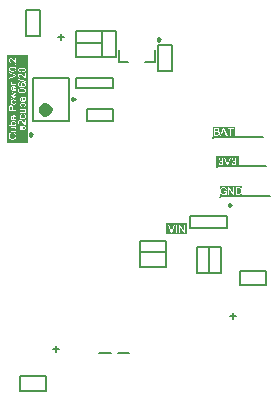
<source format=gto>
G04*
G04 #@! TF.GenerationSoftware,Altium Limited,Altium Designer,20.0.13 (296)*
G04*
G04 Layer_Color=65535*
%FSLAX25Y25*%
%MOIN*%
G70*
G01*
G75*
%ADD10C,0.00984*%
%ADD11C,0.02362*%
%ADD12C,0.00591*%
%ADD13C,0.00787*%
G36*
X40157Y-4134D02*
X33071D01*
Y-591D01*
X40157D01*
Y-4134D01*
D02*
G37*
G36*
X56102Y28150D02*
X48622D01*
Y31693D01*
X56102D01*
Y28150D01*
D02*
G37*
G36*
X57284Y18307D02*
X49803D01*
Y21850D01*
X57284D01*
Y18307D01*
D02*
G37*
G36*
X-12992Y26181D02*
X-16787D01*
Y55709D01*
X-12992D01*
Y26181D01*
D02*
G37*
G36*
X-16787D02*
X-20079D01*
Y55709D01*
X-16787D01*
Y26181D01*
D02*
G37*
G36*
X58465Y8465D02*
X50984D01*
Y12008D01*
X58465D01*
Y8465D01*
D02*
G37*
%LPC*%
G36*
X36134Y-1102D02*
X35795D01*
X35115Y-2934D01*
X35088Y-3011D01*
X35061Y-3084D01*
X35036Y-3155D01*
X35017Y-3218D01*
X35009Y-3245D01*
X35001Y-3270D01*
X34995Y-3292D01*
X34990Y-3311D01*
X34984Y-3325D01*
X34982Y-3338D01*
X34979Y-3344D01*
Y-3346D01*
X34957Y-3273D01*
X34935Y-3199D01*
X34913Y-3131D01*
X34894Y-3068D01*
X34883Y-3038D01*
X34875Y-3013D01*
X34867Y-2991D01*
X34861Y-2972D01*
X34856Y-2956D01*
X34851Y-2945D01*
X34848Y-2937D01*
Y-2934D01*
X34193Y-1102D01*
X33830D01*
X34807Y-3622D01*
X35151D01*
X36134Y-1102D01*
D02*
G37*
G36*
X39393D02*
X37409D01*
Y-3622D01*
X39393D01*
Y-1102D01*
D02*
G37*
G36*
X36824D02*
X36491D01*
Y-3622D01*
X36824D01*
Y-1102D01*
D02*
G37*
%LPD*%
G36*
X39074Y-3082D02*
X37750Y-1102D01*
X39074D01*
Y-3082D01*
D02*
G37*
G36*
X39049Y-3622D02*
X37728D01*
Y-1646D01*
X39049Y-3622D01*
D02*
G37*
%LPC*%
G36*
X55619Y31181D02*
X53626D01*
Y30884D01*
X54456D01*
Y28661D01*
X55619D01*
Y31181D01*
D02*
G37*
G36*
X53550D02*
X51194D01*
D01*
X52157D01*
X51194Y28661D01*
X51546D01*
X51819Y29423D01*
X52878D01*
X53170Y28661D01*
X53550D01*
X52518Y31181D01*
X53550D01*
D01*
D02*
G37*
G36*
X51008D02*
X49105D01*
Y28661D01*
X51008D01*
Y29439D01*
Y29431D01*
X51003Y29469D01*
X50989Y29543D01*
X50967Y29609D01*
X50945Y29663D01*
X50934Y29688D01*
X50924Y29710D01*
X50913Y29729D01*
X50902Y29745D01*
X50893Y29756D01*
X50888Y29764D01*
X50885Y29770D01*
X50883Y29772D01*
X50833Y29830D01*
X50776Y29876D01*
X50719Y29917D01*
X50661Y29947D01*
X50612Y29972D01*
X50590Y29980D01*
X50571Y29988D01*
X50555Y29994D01*
X50544Y29999D01*
X50536Y30002D01*
X50533D01*
X50596Y30037D01*
X50648Y30075D01*
X50694Y30114D01*
X50730Y30149D01*
X50760Y30182D01*
X50779Y30207D01*
X50787Y30217D01*
X50792Y30226D01*
X50795Y30228D01*
Y30231D01*
X50825Y30286D01*
X50847Y30338D01*
X50863Y30389D01*
X50874Y30436D01*
X50880Y30477D01*
X50885Y30507D01*
Y30518D01*
Y30526D01*
Y30531D01*
Y30534D01*
X50880Y30600D01*
X50869Y30660D01*
X50853Y30717D01*
X50836Y30766D01*
X50817Y30807D01*
X50809Y30826D01*
X50801Y30840D01*
X50792Y30851D01*
X50790Y30859D01*
X50784Y30865D01*
Y30867D01*
X50743Y30922D01*
X50700Y30971D01*
X50656Y31012D01*
X50612Y31045D01*
X50571Y31069D01*
X50541Y31088D01*
X50528Y31094D01*
X50520Y31099D01*
X50514Y31102D01*
X50511D01*
X50440Y31129D01*
X50367Y31148D01*
X50287Y31162D01*
X50216Y31170D01*
X50181Y31176D01*
X50151Y31178D01*
X50121D01*
X50096Y31181D01*
X51008D01*
D02*
G37*
%LPD*%
G36*
X55619Y28661D02*
X54789D01*
Y30884D01*
X55619D01*
Y28661D01*
D02*
G37*
G36*
X52354Y30837D02*
X52384Y30750D01*
X52414Y30663D01*
X52441Y30578D01*
X52455Y30540D01*
X52469Y30504D01*
X52480Y30471D01*
X52491Y30447D01*
X52499Y30422D01*
X52504Y30406D01*
X52510Y30395D01*
Y30392D01*
X52774Y29693D01*
X51915D01*
X52193Y30433D01*
X52223Y30523D01*
X52250Y30611D01*
X52275Y30692D01*
X52286Y30731D01*
X52294Y30766D01*
X52302Y30799D01*
X52310Y30829D01*
X52316Y30854D01*
X52321Y30878D01*
X52324Y30895D01*
X52327Y30908D01*
X52329Y30916D01*
Y30919D01*
X52354Y30837D01*
D02*
G37*
G36*
X50036Y30881D02*
X50077D01*
X50115Y30878D01*
X50151Y30875D01*
X50181Y30873D01*
X50211Y30870D01*
X50235Y30867D01*
X50255Y30862D01*
X50274Y30859D01*
X50290Y30856D01*
X50301Y30854D01*
X50312Y30851D01*
X50317D01*
X50323Y30848D01*
X50364Y30832D01*
X50397Y30813D01*
X50427Y30791D01*
X50451Y30769D01*
X50470Y30750D01*
X50484Y30733D01*
X50492Y30722D01*
X50495Y30717D01*
X50517Y30682D01*
X50530Y30643D01*
X50541Y30605D01*
X50550Y30570D01*
X50555Y30540D01*
X50558Y30518D01*
Y30501D01*
Y30499D01*
Y30496D01*
X50555Y30447D01*
X50547Y30406D01*
X50536Y30368D01*
X50525Y30335D01*
X50514Y30310D01*
X50503Y30291D01*
X50495Y30280D01*
X50492Y30275D01*
X50465Y30245D01*
X50435Y30217D01*
X50402Y30196D01*
X50372Y30179D01*
X50345Y30166D01*
X50323Y30157D01*
X50306Y30152D01*
X50304Y30149D01*
X50301D01*
X50282Y30144D01*
X50260Y30141D01*
X50211Y30133D01*
X50156Y30127D01*
X50104Y30125D01*
X50058D01*
X50036Y30122D01*
X49438D01*
Y30884D01*
X49990D01*
X50036Y30881D01*
D02*
G37*
G36*
X50104Y29822D02*
X50178Y29819D01*
X50211Y29813D01*
X50241Y29811D01*
X50268Y29808D01*
X50296Y29803D01*
X50317Y29800D01*
X50336Y29794D01*
X50350Y29792D01*
X50364Y29789D01*
X50375Y29786D01*
X50383Y29783D01*
X50386Y29781D01*
X50388D01*
X50435Y29762D01*
X50473Y29740D01*
X50508Y29718D01*
X50539Y29693D01*
X50560Y29671D01*
X50577Y29652D01*
X50588Y29641D01*
X50590Y29636D01*
X50615Y29595D01*
X50634Y29554D01*
X50645Y29513D01*
X50656Y29475D01*
X50661Y29439D01*
X50664Y29415D01*
Y29404D01*
Y29396D01*
Y29393D01*
Y29390D01*
X50661Y29347D01*
X50656Y29306D01*
X50648Y29270D01*
X50640Y29240D01*
X50629Y29213D01*
X50621Y29194D01*
X50615Y29183D01*
X50612Y29177D01*
X50593Y29145D01*
X50571Y29117D01*
X50550Y29093D01*
X50530Y29074D01*
X50511Y29057D01*
X50498Y29046D01*
X50487Y29041D01*
X50484Y29038D01*
X50454Y29022D01*
X50421Y29008D01*
X50391Y28994D01*
X50361Y28986D01*
X50334Y28978D01*
X50312Y28973D01*
X50298Y28970D01*
X50293D01*
X50266Y28967D01*
X50230Y28964D01*
X50192Y28962D01*
X50156D01*
X50121Y28959D01*
X49438D01*
Y29824D01*
X50020D01*
X50104Y29822D01*
D02*
G37*
G36*
X51008Y28661D02*
X50064D01*
X50151Y28664D01*
X50230Y28667D01*
X50298Y28675D01*
X50331Y28678D01*
X50358Y28683D01*
X50383Y28686D01*
X50405Y28689D01*
X50424Y28694D01*
X50440Y28697D01*
X50454Y28700D01*
X50462D01*
X50468Y28702D01*
X50470D01*
X50530Y28719D01*
X50585Y28738D01*
X50631Y28760D01*
X50670Y28779D01*
X50702Y28798D01*
X50727Y28811D01*
X50741Y28822D01*
X50746Y28825D01*
X50787Y28861D01*
X50823Y28899D01*
X50855Y28937D01*
X50880Y28975D01*
X50902Y29008D01*
X50918Y29035D01*
X50924Y29046D01*
X50929Y29054D01*
X50932Y29057D01*
Y29060D01*
X50956Y29117D01*
X50975Y29177D01*
X50989Y29232D01*
X51000Y29284D01*
X51005Y29327D01*
Y29344D01*
X51008Y29360D01*
Y28661D01*
D02*
G37*
%LPC*%
G36*
X56520Y21365D02*
Y19623D01*
X56515Y19667D01*
X56501Y19746D01*
X56479Y19814D01*
X56468Y19844D01*
X56458Y19871D01*
X56447Y19899D01*
X56436Y19920D01*
X56425Y19940D01*
X56414Y19953D01*
X56406Y19967D01*
X56400Y19975D01*
X56397Y19981D01*
X56395Y19983D01*
X56346Y20041D01*
X56288Y20087D01*
X56231Y20122D01*
X56176Y20152D01*
X56125Y20174D01*
X56103Y20182D01*
X56086Y20188D01*
X56070Y20193D01*
X56059Y20196D01*
X56051Y20199D01*
X56048D01*
X56108Y20232D01*
X56160Y20264D01*
X56206Y20300D01*
X56242Y20335D01*
X56272Y20365D01*
X56291Y20390D01*
X56305Y20406D01*
X56307Y20409D01*
Y20412D01*
X56337Y20464D01*
X56359Y20516D01*
X56376Y20565D01*
X56387Y20611D01*
X56392Y20649D01*
X56397Y20682D01*
Y20693D01*
Y20701D01*
Y20707D01*
Y20709D01*
X56395Y20772D01*
X56384Y20832D01*
X56367Y20887D01*
X56351Y20936D01*
X56335Y20977D01*
X56327Y20993D01*
X56318Y21007D01*
X56313Y21018D01*
X56307Y21029D01*
X56305Y21032D01*
Y21034D01*
X56266Y21089D01*
X56223Y21135D01*
X56179Y21176D01*
X56135Y21212D01*
X56097Y21239D01*
X56067Y21258D01*
X56054Y21266D01*
X56045Y21272D01*
X56040Y21274D01*
X56037D01*
X55972Y21305D01*
X55906Y21326D01*
X55841Y21343D01*
X55783Y21354D01*
X55731Y21359D01*
X55712Y21362D01*
X55693Y21365D01*
X55658D01*
X55603Y21362D01*
X55551Y21356D01*
X55502Y21348D01*
X55453Y21337D01*
X55409Y21324D01*
X55368Y21310D01*
X55330Y21294D01*
X55297Y21280D01*
X55265Y21264D01*
X55237Y21247D01*
X55215Y21234D01*
X55194Y21220D01*
X55180Y21209D01*
X55166Y21201D01*
X55161Y21195D01*
X55158Y21193D01*
X55123Y21160D01*
X55090Y21122D01*
X55060Y21083D01*
X55032Y21045D01*
X55008Y21004D01*
X54989Y20966D01*
X54953Y20887D01*
X54940Y20851D01*
X54929Y20819D01*
X54921Y20788D01*
X54912Y20764D01*
X54907Y20742D01*
X54904Y20726D01*
X54901Y20715D01*
Y20712D01*
X55210Y20658D01*
X55226Y20737D01*
X55248Y20805D01*
X55273Y20865D01*
X55300Y20911D01*
X55322Y20950D01*
X55344Y20974D01*
X55357Y20991D01*
X55363Y20996D01*
X55412Y21034D01*
X55461Y21061D01*
X55513Y21083D01*
X55559Y21097D01*
X55603Y21105D01*
X55620Y21108D01*
X55636D01*
X55650Y21111D01*
X55666D01*
X55731Y21105D01*
X55789Y21094D01*
X55841Y21075D01*
X55884Y21056D01*
X55917Y21034D01*
X55942Y21015D01*
X55958Y21004D01*
X55963Y20999D01*
X55985Y20977D01*
X56002Y20955D01*
X56032Y20906D01*
X56054Y20859D01*
X56067Y20816D01*
X56075Y20775D01*
X56078Y20745D01*
X56081Y20731D01*
Y20723D01*
Y20718D01*
Y20715D01*
X56078Y20677D01*
X56073Y20641D01*
X56067Y20606D01*
X56056Y20576D01*
X56029Y20521D01*
X56002Y20477D01*
X55972Y20442D01*
X55944Y20417D01*
X55933Y20409D01*
X55928Y20404D01*
X55923Y20398D01*
X55920D01*
X55860Y20363D01*
X55797Y20338D01*
X55737Y20319D01*
X55682Y20308D01*
X55636Y20300D01*
X55617Y20297D01*
X55598D01*
X55584Y20294D01*
X55549D01*
X55532Y20297D01*
X55519Y20300D01*
X55513D01*
X55480Y20030D01*
X55527Y20041D01*
X55570Y20049D01*
X55606Y20054D01*
X55639Y20060D01*
X55663D01*
X55682Y20062D01*
X55699D01*
X55737Y20060D01*
X55775Y20057D01*
X55843Y20041D01*
X55903Y20019D01*
X55955Y19994D01*
X55996Y19967D01*
X56013Y19956D01*
X56026Y19945D01*
X56037Y19937D01*
X56045Y19929D01*
X56048Y19926D01*
X56051Y19923D01*
X56075Y19896D01*
X56097Y19869D01*
X56116Y19841D01*
X56133Y19811D01*
X56157Y19754D01*
X56176Y19696D01*
X56185Y19647D01*
X56187Y19628D01*
X56190Y19609D01*
X56193Y19595D01*
Y19582D01*
Y19576D01*
Y19574D01*
X56190Y19533D01*
X56187Y19494D01*
X56168Y19421D01*
X56146Y19358D01*
X56119Y19303D01*
X56103Y19279D01*
X56089Y19260D01*
X56078Y19241D01*
X56067Y19227D01*
X56056Y19216D01*
X56048Y19208D01*
X56045Y19202D01*
X56043Y19200D01*
X56013Y19172D01*
X55983Y19150D01*
X55953Y19131D01*
X55923Y19112D01*
X55860Y19085D01*
X55800Y19069D01*
X55751Y19058D01*
X55726Y19055D01*
X55710Y19052D01*
X55693Y19049D01*
X55671D01*
X55606Y19055D01*
X55543Y19069D01*
X55491Y19085D01*
X55445Y19107D01*
X55406Y19129D01*
X55379Y19145D01*
X55371Y19153D01*
X55363Y19159D01*
X55360Y19164D01*
X55357D01*
X55336Y19189D01*
X55314Y19213D01*
X55275Y19271D01*
X55246Y19333D01*
X55221Y19396D01*
X55202Y19454D01*
X55196Y19478D01*
X55191Y19500D01*
X55185Y19519D01*
X55183Y19533D01*
X55180Y19541D01*
Y19544D01*
X54871Y19503D01*
D01*
X54880Y19445D01*
X54891Y19391D01*
X54907Y19339D01*
X54923Y19290D01*
X54942Y19243D01*
X54964Y19202D01*
X54986Y19162D01*
X55008Y19129D01*
X55030Y19096D01*
X55049Y19069D01*
X55068Y19044D01*
X55084Y19025D01*
X55101Y19009D01*
X55112Y18998D01*
X55117Y18992D01*
X55120Y18990D01*
X55161Y18954D01*
X55207Y18924D01*
X55251Y18899D01*
X55297Y18875D01*
X55344Y18856D01*
X55390Y18842D01*
X55434Y18828D01*
X55477Y18817D01*
X55519Y18809D01*
X55554Y18804D01*
X55587Y18798D01*
X55617Y18796D01*
X55639D01*
X55658Y18793D01*
X54871D01*
D01*
X56520D01*
Y21365D01*
D02*
G37*
G36*
X52215D02*
Y19623D01*
X52210Y19667D01*
X52196Y19746D01*
X52174Y19814D01*
X52163Y19844D01*
X52152Y19871D01*
X52141Y19899D01*
X52131Y19920D01*
X52120Y19940D01*
X52109Y19953D01*
X52100Y19967D01*
X52095Y19975D01*
X52092Y19981D01*
X52090Y19983D01*
X52040Y20041D01*
X51983Y20087D01*
X51926Y20122D01*
X51871Y20152D01*
X51819Y20174D01*
X51797Y20182D01*
X51781Y20188D01*
X51765Y20193D01*
X51754Y20196D01*
X51746Y20199D01*
X51743D01*
X51803Y20232D01*
X51855Y20264D01*
X51901Y20300D01*
X51937Y20335D01*
X51967Y20365D01*
X51986Y20390D01*
X51999Y20406D01*
X52002Y20409D01*
Y20412D01*
X52032Y20464D01*
X52054Y20516D01*
X52070Y20565D01*
X52081Y20611D01*
X52087Y20649D01*
X52092Y20682D01*
Y20693D01*
Y20701D01*
Y20707D01*
Y20709D01*
X52090Y20772D01*
X52079Y20832D01*
X52062Y20887D01*
X52046Y20936D01*
X52030Y20977D01*
X52021Y20993D01*
X52013Y21007D01*
X52008Y21018D01*
X52002Y21029D01*
X51999Y21032D01*
Y21034D01*
X51961Y21089D01*
X51918Y21135D01*
X51874Y21176D01*
X51830Y21212D01*
X51792Y21239D01*
X51762Y21258D01*
X51748Y21266D01*
X51740Y21272D01*
X51735Y21274D01*
X51732D01*
X51666Y21305D01*
X51601Y21326D01*
X51535Y21343D01*
X51478Y21354D01*
X51426Y21359D01*
X51407Y21362D01*
X51388Y21365D01*
X50566D01*
X51353D01*
X51298Y21362D01*
X51246Y21356D01*
X51197Y21348D01*
X51148Y21337D01*
X51104Y21324D01*
X51063Y21310D01*
X51025Y21294D01*
X50992Y21280D01*
X50959Y21264D01*
X50932Y21247D01*
X50910Y21234D01*
X50888Y21220D01*
X50875Y21209D01*
X50861Y21201D01*
X50856Y21195D01*
X50853Y21193D01*
X50817Y21160D01*
X50785Y21122D01*
X50755Y21083D01*
X50727Y21045D01*
X50703Y21004D01*
X50684Y20966D01*
X50648Y20887D01*
X50634Y20851D01*
X50624Y20819D01*
X50615Y20788D01*
X50607Y20764D01*
X50602Y20742D01*
X50599Y20726D01*
X50596Y20715D01*
Y20712D01*
X50905Y20658D01*
X50921Y20737D01*
X50943Y20805D01*
X50968Y20865D01*
X50995Y20911D01*
X51017Y20950D01*
X51038Y20974D01*
X51052Y20991D01*
X51058Y20996D01*
X51107Y21034D01*
X51156Y21061D01*
X51208Y21083D01*
X51254Y21097D01*
X51298Y21105D01*
X51314Y21108D01*
X51331D01*
X51344Y21111D01*
X51361D01*
X51426Y21105D01*
X51484Y21094D01*
X51535Y21075D01*
X51579Y21056D01*
X51612Y21034D01*
X51636Y21015D01*
X51653Y21004D01*
X51658Y20999D01*
X51680Y20977D01*
X51696Y20955D01*
X51727Y20906D01*
X51748Y20859D01*
X51762Y20816D01*
X51770Y20775D01*
X51773Y20745D01*
X51776Y20731D01*
Y20723D01*
Y20718D01*
Y20715D01*
X51773Y20677D01*
X51767Y20641D01*
X51762Y20606D01*
X51751Y20576D01*
X51724Y20521D01*
X51696Y20477D01*
X51666Y20442D01*
X51639Y20417D01*
X51628Y20409D01*
X51623Y20404D01*
X51617Y20398D01*
X51615D01*
X51555Y20363D01*
X51492Y20338D01*
X51432Y20319D01*
X51377Y20308D01*
X51331Y20300D01*
X51311Y20297D01*
X51292D01*
X51279Y20294D01*
X51243D01*
X51227Y20297D01*
X51213Y20300D01*
X51208D01*
X51175Y20030D01*
X51222Y20041D01*
X51265Y20049D01*
X51301Y20054D01*
X51333Y20060D01*
X51358D01*
X51377Y20062D01*
X51393D01*
X51432Y20060D01*
X51470Y20057D01*
X51538Y20041D01*
X51598Y20019D01*
X51650Y19994D01*
X51691Y19967D01*
X51707Y19956D01*
X51721Y19945D01*
X51732Y19937D01*
X51740Y19929D01*
X51743Y19926D01*
X51746Y19923D01*
X51770Y19896D01*
X51792Y19869D01*
X51811Y19841D01*
X51828Y19811D01*
X51852Y19754D01*
X51871Y19696D01*
X51879Y19647D01*
X51882Y19628D01*
X51885Y19609D01*
X51888Y19595D01*
Y19582D01*
Y19576D01*
Y19574D01*
X51885Y19533D01*
X51882Y19494D01*
X51863Y19421D01*
X51841Y19358D01*
X51814Y19303D01*
X51797Y19279D01*
X51784Y19260D01*
X51773Y19241D01*
X51762Y19227D01*
X51751Y19216D01*
X51743Y19208D01*
X51740Y19202D01*
X51737Y19200D01*
X51707Y19172D01*
X51677Y19150D01*
X51647Y19131D01*
X51617Y19112D01*
X51555Y19085D01*
X51494Y19069D01*
X51445Y19058D01*
X51421Y19055D01*
X51404Y19052D01*
X51388Y19049D01*
X51366D01*
X51301Y19055D01*
X51238Y19069D01*
X51186Y19085D01*
X51140Y19107D01*
X51101Y19129D01*
X51074Y19145D01*
X51066Y19153D01*
X51058Y19159D01*
X51055Y19164D01*
X51052D01*
X51030Y19189D01*
X51008Y19213D01*
X50970Y19271D01*
X50940Y19333D01*
X50916Y19396D01*
X50897Y19454D01*
X50891Y19478D01*
X50886Y19500D01*
X50880Y19519D01*
X50877Y19533D01*
X50875Y19541D01*
Y19544D01*
X50566Y19503D01*
D01*
X50574Y19445D01*
X50585Y19391D01*
X50602Y19339D01*
X50618Y19290D01*
X50637Y19243D01*
X50659Y19202D01*
X50681Y19162D01*
X50703Y19129D01*
X50725Y19096D01*
X50744Y19069D01*
X50763Y19044D01*
X50779Y19025D01*
X50796Y19009D01*
X50806Y18998D01*
X50812Y18992D01*
X50815Y18990D01*
X50856Y18954D01*
X50902Y18924D01*
X50946Y18899D01*
X50992Y18875D01*
X51038Y18856D01*
X51085Y18842D01*
X51129Y18828D01*
X51172Y18817D01*
X51213Y18809D01*
X51249Y18804D01*
X51281Y18798D01*
X51311Y18796D01*
X51333D01*
X51353Y18793D01*
X51366D01*
X51434Y18796D01*
X51497Y18804D01*
X51557Y18815D01*
X51615Y18828D01*
X51669Y18845D01*
X51718Y18864D01*
X51765Y18886D01*
X51806Y18908D01*
X51844Y18927D01*
X51877Y18948D01*
X51907Y18968D01*
X51929Y18984D01*
X51948Y18998D01*
X51961Y19009D01*
X51969Y19017D01*
X51972Y19019D01*
X52016Y19063D01*
X52051Y19110D01*
X52084Y19156D01*
X52111Y19205D01*
X52136Y19252D01*
X52155Y19298D01*
X52171Y19342D01*
X52185Y19385D01*
X52196Y19426D01*
X52201Y19462D01*
X52207Y19494D01*
X52212Y19524D01*
Y19546D01*
X52215Y19566D01*
Y18793D01*
D01*
D01*
Y21365D01*
D02*
G37*
G36*
X54694Y21356D02*
X54356D01*
X53676Y19524D01*
X53648Y19448D01*
X53621Y19374D01*
X53597Y19303D01*
X53577Y19241D01*
X53569Y19213D01*
X53561Y19189D01*
X53556Y19167D01*
X53550Y19148D01*
X53545Y19134D01*
X53542Y19120D01*
X53539Y19115D01*
Y19112D01*
X53517Y19186D01*
X53496Y19260D01*
X53474Y19328D01*
X53455Y19391D01*
X53444Y19421D01*
X53435Y19445D01*
X53427Y19467D01*
X53422Y19486D01*
X53416Y19503D01*
X53411Y19514D01*
X53408Y19522D01*
Y19524D01*
X52753Y21356D01*
X52390D01*
X53367Y18837D01*
X52390D01*
D01*
X54694D01*
D01*
X53711D01*
X54694Y21356D01*
D02*
G37*
%LPD*%
G36*
X56520Y18793D02*
X55671D01*
X55740Y18796D01*
X55802Y18804D01*
X55862Y18815D01*
X55920Y18828D01*
X55974Y18845D01*
X56024Y18864D01*
X56070Y18886D01*
X56111Y18908D01*
X56149Y18927D01*
X56182Y18948D01*
X56212Y18968D01*
X56234Y18984D01*
X56253Y18998D01*
X56266Y19009D01*
X56275Y19017D01*
X56277Y19019D01*
X56321Y19063D01*
X56357Y19110D01*
X56389Y19156D01*
X56417Y19205D01*
X56441Y19252D01*
X56460Y19298D01*
X56477Y19342D01*
X56490Y19385D01*
X56501Y19426D01*
X56507Y19462D01*
X56512Y19494D01*
X56518Y19524D01*
Y19546D01*
X56520Y19566D01*
Y18793D01*
D02*
G37*
%LPC*%
G36*
X-13682Y51373D02*
D01*
Y50696D01*
Y51373D01*
D02*
G37*
G36*
X-14891D02*
X-15033D01*
X-15099Y51371D01*
X-15159Y51368D01*
X-15216Y51365D01*
X-15268Y51360D01*
X-15317Y51354D01*
X-15361Y51349D01*
X-15402Y51346D01*
X-15437Y51341D01*
X-15467Y51335D01*
X-15495Y51330D01*
X-15516Y51324D01*
X-15535Y51322D01*
X-15546Y51319D01*
X-15554Y51316D01*
X-15557D01*
X-15636Y51294D01*
X-15710Y51267D01*
X-15773Y51242D01*
X-15827Y51218D01*
X-15849Y51204D01*
X-15871Y51196D01*
X-15890Y51185D01*
X-15904Y51177D01*
X-15915Y51169D01*
X-15923Y51166D01*
X-15929Y51161D01*
X-15931D01*
X-15986Y51122D01*
X-16035Y51079D01*
X-16076Y51038D01*
X-16109Y50997D01*
X-16136Y50961D01*
X-16152Y50934D01*
X-16161Y50923D01*
X-16166Y50915D01*
X-16169Y50909D01*
Y50907D01*
X-16196Y50847D01*
X-16215Y50787D01*
X-16232Y50726D01*
X-16240Y50672D01*
X-16245Y50623D01*
X-16248Y50604D01*
X-16251Y50585D01*
Y49733D01*
X-13682D01*
Y50552D01*
X-13684Y50604D01*
X-13687Y50650D01*
X-13695Y50696D01*
X-13704Y50740D01*
X-13717Y50781D01*
X-13728Y50817D01*
X-13742Y50852D01*
X-13756Y50882D01*
X-13769Y50912D01*
X-13783Y50937D01*
X-13796Y50959D01*
X-13807Y50975D01*
X-13815Y50989D01*
X-13824Y50999D01*
X-13826Y51005D01*
X-13829Y51008D01*
X-13859Y51040D01*
X-13889Y51073D01*
X-13958Y51128D01*
X-14026Y51174D01*
X-14094Y51212D01*
X-14127Y51229D01*
X-14157Y51242D01*
X-14181Y51253D01*
X-14206Y51264D01*
X-14222Y51272D01*
X-14239Y51275D01*
X-14247Y51281D01*
X-14250D01*
X-14301Y51297D01*
X-14359Y51311D01*
X-14476Y51335D01*
X-14596Y51352D01*
X-14654Y51357D01*
X-14711Y51363D01*
X-14763Y51365D01*
X-14812Y51368D01*
X-14853Y51371D01*
X-14891Y51373D01*
D02*
G37*
G36*
X-13723Y49400D02*
X-14020D01*
Y48158D01*
X-14080Y48201D01*
X-14108Y48223D01*
X-14132Y48245D01*
X-14154Y48264D01*
X-14170Y48278D01*
X-14181Y48289D01*
X-14184Y48291D01*
X-14200Y48308D01*
X-14222Y48329D01*
X-14244Y48354D01*
X-14269Y48381D01*
X-14323Y48439D01*
X-14375Y48499D01*
X-14424Y48556D01*
X-14446Y48581D01*
X-14465Y48605D01*
X-14482Y48622D01*
X-14493Y48638D01*
X-14501Y48646D01*
X-14503Y48649D01*
X-14555Y48709D01*
X-14604Y48766D01*
X-14648Y48818D01*
X-14692Y48865D01*
X-14730Y48908D01*
X-14768Y48946D01*
X-14801Y48982D01*
X-14831Y49015D01*
X-14856Y49042D01*
X-14880Y49064D01*
X-14899Y49083D01*
X-14916Y49099D01*
X-14929Y49110D01*
X-14938Y49121D01*
X-14943Y49124D01*
X-14946Y49127D01*
X-15006Y49179D01*
X-15060Y49220D01*
X-15112Y49255D01*
X-15159Y49285D01*
X-15197Y49307D01*
X-15227Y49323D01*
X-15238Y49329D01*
X-15246Y49331D01*
X-15249Y49334D01*
X-15251D01*
X-15306Y49356D01*
X-15361Y49370D01*
X-15410Y49381D01*
X-15456Y49389D01*
X-15495Y49394D01*
X-15525Y49397D01*
X-15535D01*
X-15544D01*
X-15546D01*
X-15549D01*
X-15604Y49394D01*
X-15655Y49389D01*
X-15705Y49378D01*
X-15754Y49364D01*
X-15798Y49348D01*
X-15838Y49329D01*
X-15877Y49310D01*
X-15909Y49290D01*
X-15942Y49271D01*
X-15969Y49252D01*
X-15994Y49233D01*
X-16013Y49217D01*
X-16027Y49203D01*
X-16040Y49192D01*
X-16046Y49187D01*
X-16049Y49184D01*
X-16084Y49143D01*
X-16114Y49099D01*
X-16141Y49053D01*
X-16166Y49004D01*
X-16185Y48957D01*
X-16202Y48908D01*
X-16215Y48862D01*
X-16226Y48816D01*
X-16234Y48774D01*
X-16240Y48734D01*
X-16245Y48698D01*
X-16248Y48668D01*
X-16251Y48643D01*
Y48608D01*
X-16248Y48542D01*
X-16242Y48480D01*
X-16234Y48422D01*
X-16221Y48368D01*
X-16207Y48316D01*
X-16191Y48270D01*
X-16174Y48226D01*
X-16158Y48188D01*
X-16139Y48152D01*
X-16122Y48122D01*
X-16106Y48095D01*
X-16092Y48073D01*
X-16079Y48057D01*
X-16071Y48046D01*
X-16065Y48037D01*
X-16062Y48035D01*
X-16027Y47997D01*
X-15986Y47964D01*
X-15945Y47934D01*
X-15899Y47906D01*
X-15855Y47885D01*
X-15811Y47863D01*
X-15765Y47846D01*
X-15724Y47833D01*
X-15683Y47819D01*
X-15645Y47811D01*
X-15609Y47803D01*
X-15579Y47797D01*
X-15554Y47794D01*
X-15538Y47792D01*
X-15527Y47789D01*
X-15522D01*
X-15489Y48106D01*
X-15533Y48108D01*
X-15574Y48111D01*
X-15645Y48127D01*
X-15710Y48149D01*
X-15737Y48160D01*
X-15762Y48174D01*
X-15784Y48185D01*
X-15803Y48199D01*
X-15819Y48209D01*
X-15833Y48218D01*
X-15844Y48228D01*
X-15852Y48234D01*
X-15855Y48237D01*
X-15858Y48239D01*
X-15882Y48267D01*
X-15904Y48294D01*
X-15920Y48324D01*
X-15937Y48354D01*
X-15961Y48414D01*
X-15978Y48472D01*
X-15986Y48521D01*
X-15991Y48542D01*
Y48562D01*
X-15994Y48578D01*
Y48638D01*
X-15989Y48676D01*
X-15975Y48744D01*
X-15953Y48802D01*
X-15931Y48854D01*
X-15907Y48892D01*
X-15896Y48908D01*
X-15885Y48922D01*
X-15877Y48933D01*
X-15871Y48941D01*
X-15868Y48944D01*
X-15866Y48946D01*
X-15841Y48971D01*
X-15817Y48990D01*
X-15792Y49009D01*
X-15765Y49023D01*
X-15713Y49047D01*
X-15664Y49064D01*
X-15623Y49072D01*
X-15604Y49077D01*
X-15587D01*
X-15576Y49080D01*
X-15565D01*
X-15560D01*
X-15557D01*
X-15525Y49077D01*
X-15492Y49075D01*
X-15426Y49058D01*
X-15363Y49034D01*
X-15306Y49007D01*
X-15257Y48979D01*
X-15238Y48968D01*
X-15219Y48955D01*
X-15205Y48946D01*
X-15194Y48938D01*
X-15189Y48936D01*
X-15186Y48933D01*
X-15148Y48903D01*
X-15107Y48867D01*
X-15063Y48826D01*
X-15020Y48783D01*
X-14929Y48693D01*
X-14845Y48600D01*
X-14804Y48556D01*
X-14768Y48512D01*
X-14736Y48474D01*
X-14708Y48441D01*
X-14684Y48414D01*
X-14667Y48395D01*
X-14654Y48381D01*
X-14651Y48376D01*
X-14610Y48327D01*
X-14572Y48283D01*
X-14536Y48239D01*
X-14501Y48201D01*
X-14468Y48163D01*
X-14435Y48130D01*
X-14408Y48100D01*
X-14381Y48073D01*
X-14356Y48048D01*
X-14334Y48029D01*
X-14315Y48010D01*
X-14301Y47997D01*
X-14288Y47983D01*
X-14280Y47975D01*
X-14274Y47972D01*
X-14271Y47969D01*
X-14211Y47920D01*
X-14151Y47879D01*
X-14094Y47844D01*
X-14042Y47816D01*
X-13998Y47794D01*
X-13979Y47786D01*
X-13966Y47778D01*
X-13952Y47773D01*
X-13944Y47770D01*
X-13938Y47767D01*
X-13936D01*
X-13897Y47754D01*
X-13859Y47745D01*
X-13824Y47737D01*
X-13791Y47734D01*
X-13764Y47732D01*
X-16251D01*
D01*
X-13723D01*
Y49400D01*
D02*
G37*
G36*
X-13679Y47631D02*
Y46899D01*
X-16283Y47631D01*
D01*
Y47382D01*
X-13679Y46651D01*
X-16283D01*
D01*
X-13679D01*
Y47631D01*
D02*
G37*
G36*
X-13682Y46490D02*
D01*
Y45698D01*
X-13687Y45780D01*
X-13698Y45856D01*
X-13714Y45927D01*
X-13736Y45987D01*
X-13745Y46012D01*
X-13756Y46036D01*
X-13764Y46055D01*
X-13772Y46072D01*
X-13777Y46086D01*
X-13783Y46096D01*
X-13788Y46102D01*
Y46105D01*
X-13832Y46167D01*
X-13884Y46225D01*
X-13936Y46274D01*
X-13985Y46312D01*
X-14031Y46345D01*
X-14050Y46356D01*
X-14067Y46367D01*
X-14080Y46375D01*
X-14091Y46380D01*
X-14097Y46386D01*
X-14099D01*
X-14179Y46421D01*
X-14255Y46446D01*
X-14329Y46465D01*
X-14397Y46476D01*
X-14427Y46481D01*
X-14457Y46484D01*
X-14482Y46487D01*
X-14501D01*
X-14520Y46490D01*
X-14542D01*
X-14607Y46487D01*
X-14670Y46481D01*
X-14730Y46470D01*
X-14785Y46457D01*
X-14837Y46438D01*
X-14886Y46421D01*
X-14929Y46399D01*
X-14970Y46380D01*
X-15006Y46361D01*
X-15039Y46339D01*
X-15066Y46323D01*
X-15088Y46307D01*
X-15107Y46290D01*
X-15118Y46279D01*
X-15126Y46274D01*
X-15129Y46271D01*
X-15170Y46230D01*
X-15205Y46187D01*
X-15235Y46143D01*
X-15262Y46096D01*
X-15284Y46053D01*
X-15303Y46009D01*
X-15317Y45965D01*
X-15331Y45927D01*
X-15339Y45889D01*
X-15347Y45853D01*
X-15350Y45823D01*
X-15355Y45796D01*
Y45774D01*
X-15358Y45758D01*
Y45744D01*
X-15355Y45679D01*
X-15344Y45616D01*
X-15331Y45559D01*
X-15317Y45507D01*
X-15301Y45463D01*
X-15292Y45447D01*
X-15287Y45430D01*
X-15281Y45419D01*
X-15276Y45411D01*
X-15273Y45406D01*
Y45403D01*
X-15238Y45346D01*
X-15200Y45294D01*
X-15159Y45247D01*
X-15118Y45206D01*
X-15079Y45176D01*
X-15049Y45152D01*
X-15039Y45144D01*
X-15030Y45138D01*
X-15025Y45133D01*
X-15022Y45133D01*
X-15025D01*
X-15025Y45133D01*
X-15090Y45135D01*
X-15156Y45138D01*
X-15216Y45141D01*
X-15271Y45146D01*
X-15323Y45155D01*
X-15372Y45163D01*
X-15415Y45168D01*
X-15453Y45176D01*
X-15486Y45185D01*
X-15516Y45193D01*
X-15544Y45201D01*
X-15563Y45206D01*
X-15579Y45212D01*
X-15593Y45217D01*
X-15598Y45220D01*
X-15601D01*
X-15672Y45256D01*
X-15735Y45291D01*
X-15789Y45329D01*
X-15833Y45368D01*
X-15868Y45400D01*
X-15893Y45425D01*
X-15901Y45436D01*
X-15907Y45444D01*
X-15912Y45447D01*
Y45449D01*
X-15939Y45493D01*
X-15961Y45537D01*
X-15975Y45580D01*
X-15986Y45621D01*
X-15991Y45657D01*
X-15997Y45687D01*
Y45711D01*
X-15994Y45744D01*
X-15991Y45777D01*
X-15975Y45837D01*
X-15956Y45892D01*
X-15931Y45935D01*
X-15907Y45974D01*
X-15885Y46001D01*
X-15877Y46009D01*
X-15868Y46017D01*
X-15866Y46020D01*
X-15863Y46023D01*
X-15827Y46050D01*
X-15787Y46072D01*
X-15743Y46094D01*
X-15699Y46110D01*
X-15661Y46124D01*
X-15628Y46132D01*
X-15615Y46135D01*
X-15606Y46137D01*
X-15601Y46140D01*
X-15598D01*
X-15623Y46449D01*
X-15677Y46440D01*
X-15726Y46427D01*
X-15773Y46413D01*
X-15817Y46397D01*
X-15858Y46378D01*
X-15896Y46358D01*
X-15931Y46339D01*
X-15961Y46320D01*
X-15989Y46301D01*
X-16013Y46282D01*
X-16035Y46266D01*
X-16051Y46249D01*
X-16065Y46238D01*
X-16073Y46227D01*
X-16079Y46222D01*
X-16081Y46219D01*
X-16112Y46181D01*
X-16136Y46143D01*
X-16161Y46105D01*
X-16180Y46064D01*
X-16196Y46020D01*
X-16210Y45982D01*
X-16229Y45903D01*
X-16237Y45867D01*
X-16242Y45834D01*
X-16245Y45804D01*
X-16248Y45780D01*
X-16251Y45761D01*
Y45731D01*
X-16248Y45657D01*
X-16237Y45589D01*
X-16223Y45523D01*
X-16204Y45463D01*
X-16182Y45406D01*
X-16158Y45354D01*
X-16133Y45305D01*
X-16106Y45261D01*
X-16079Y45223D01*
X-16054Y45190D01*
X-16030Y45160D01*
X-16008Y45138D01*
X-15989Y45119D01*
X-15975Y45105D01*
X-15964Y45097D01*
X-15961Y45094D01*
X-15896Y45048D01*
X-15822Y45004D01*
X-15740Y44969D01*
X-15655Y44939D01*
X-15568Y44912D01*
X-15481Y44890D01*
X-15394Y44873D01*
X-15306Y44857D01*
X-15224Y44846D01*
X-15148Y44838D01*
X-15079Y44832D01*
X-15020Y44830D01*
X-14992Y44827D01*
X-14970D01*
X-14949Y44824D01*
X-16251D01*
D01*
X-13682D01*
Y46490D01*
D02*
G37*
G36*
Y44524D02*
D01*
Y43702D01*
X-13684Y43754D01*
X-13687Y43801D01*
X-13695Y43847D01*
X-13704Y43891D01*
X-13717Y43931D01*
X-13728Y43967D01*
X-13742Y44003D01*
X-13756Y44032D01*
X-13769Y44063D01*
X-13783Y44087D01*
X-13796Y44109D01*
X-13807Y44125D01*
X-13815Y44139D01*
X-13824Y44150D01*
X-13826Y44155D01*
X-13829Y44158D01*
X-13859Y44191D01*
X-13889Y44224D01*
X-13958Y44278D01*
X-14026Y44325D01*
X-14094Y44363D01*
X-14127Y44379D01*
X-14157Y44393D01*
X-14181Y44404D01*
X-14206Y44415D01*
X-14222Y44423D01*
X-14239Y44426D01*
X-14247Y44431D01*
X-14250D01*
X-14301Y44447D01*
X-14359Y44461D01*
X-14476Y44486D01*
X-14596Y44502D01*
X-14654Y44508D01*
X-14711Y44513D01*
X-14763Y44516D01*
X-14812Y44518D01*
X-14853Y44521D01*
X-14891Y44524D01*
X-15033D01*
X-15099Y44521D01*
X-15159Y44518D01*
X-15216Y44516D01*
X-15268Y44510D01*
X-15317Y44505D01*
X-15361Y44499D01*
X-15402Y44497D01*
X-15437Y44491D01*
X-15467Y44486D01*
X-15495Y44480D01*
X-15516Y44475D01*
X-15535Y44472D01*
X-15546Y44469D01*
X-15554Y44467D01*
X-15557D01*
X-15636Y44445D01*
X-15710Y44417D01*
X-15773Y44393D01*
X-15827Y44368D01*
X-15849Y44355D01*
X-15871Y44346D01*
X-15890Y44335D01*
X-15904Y44327D01*
X-15915Y44319D01*
X-15923Y44316D01*
X-15929Y44311D01*
X-15931D01*
X-15986Y44273D01*
X-16035Y44229D01*
X-16076Y44188D01*
X-16109Y44147D01*
X-16136Y44112D01*
X-16152Y44084D01*
X-16161Y44074D01*
X-16166Y44065D01*
X-16169Y44060D01*
Y44057D01*
X-16196Y43997D01*
X-16215Y43937D01*
X-16232Y43877D01*
X-16240Y43822D01*
X-16245Y43773D01*
X-16248Y43754D01*
X-16251Y43735D01*
Y43702D01*
X-16248Y43653D01*
X-16245Y43604D01*
X-16237Y43558D01*
X-16229Y43514D01*
X-16218Y43476D01*
X-16204Y43437D01*
X-16191Y43402D01*
X-16177Y43372D01*
X-16163Y43342D01*
X-16150Y43317D01*
X-16139Y43295D01*
X-16125Y43279D01*
X-16117Y43265D01*
X-16109Y43255D01*
X-16106Y43249D01*
X-16103Y43246D01*
X-16073Y43213D01*
X-16043Y43183D01*
X-15975Y43129D01*
X-15907Y43080D01*
X-15838Y43042D01*
X-15806Y43025D01*
X-15778Y43012D01*
X-15751Y43001D01*
X-15729Y42990D01*
X-15710Y42984D01*
X-15694Y42979D01*
X-15686Y42973D01*
X-15683D01*
X-15631Y42957D01*
X-15574Y42943D01*
X-15456Y42921D01*
X-15336Y42905D01*
X-15279Y42900D01*
X-15222Y42894D01*
X-15170Y42891D01*
X-15121Y42889D01*
X-15077Y42886D01*
X-15039D01*
X-15009Y42883D01*
X-16251D01*
D01*
X-13682D01*
Y44524D01*
D02*
G37*
G36*
Y41611D02*
D01*
Y40797D01*
X-13684Y40855D01*
X-13687Y40912D01*
X-13695Y40964D01*
X-13706Y41013D01*
X-13717Y41059D01*
X-13731Y41100D01*
X-13745Y41141D01*
X-13758Y41177D01*
X-13772Y41210D01*
X-13785Y41237D01*
X-13799Y41262D01*
X-13810Y41283D01*
X-13821Y41297D01*
X-13829Y41311D01*
X-13832Y41316D01*
X-13835Y41319D01*
X-13865Y41357D01*
X-13897Y41390D01*
X-13933Y41420D01*
X-13968Y41450D01*
X-14042Y41499D01*
X-14110Y41537D01*
X-14143Y41551D01*
X-14173Y41565D01*
X-14200Y41576D01*
X-14225Y41584D01*
X-14244Y41592D01*
X-14258Y41597D01*
X-14269Y41600D01*
X-14271D01*
X-14312Y41278D01*
X-14244Y41251D01*
X-14184Y41218D01*
X-14132Y41185D01*
X-14094Y41155D01*
X-14061Y41128D01*
X-14039Y41106D01*
X-14029Y41092D01*
X-14023Y41090D01*
Y41087D01*
X-13993Y41040D01*
X-13974Y40991D01*
X-13958Y40942D01*
X-13947Y40898D01*
X-13941Y40857D01*
X-13938Y40825D01*
X-13936Y40814D01*
Y40797D01*
X-13938Y40756D01*
X-13944Y40716D01*
X-13949Y40677D01*
X-13960Y40642D01*
X-13985Y40576D01*
X-14015Y40522D01*
X-14029Y40497D01*
X-14045Y40475D01*
X-14059Y40459D01*
X-14069Y40442D01*
X-14080Y40432D01*
X-14088Y40423D01*
X-14091Y40418D01*
X-14094Y40415D01*
X-14127Y40388D01*
X-14160Y40363D01*
X-14198Y40344D01*
X-14233Y40325D01*
X-14312Y40295D01*
X-14386Y40273D01*
X-14422Y40265D01*
X-14454Y40260D01*
X-14482Y40254D01*
X-14509Y40251D01*
X-14528Y40249D01*
X-14544Y40246D01*
X-14555D01*
X-14558D01*
Y41608D01*
X-14594Y41611D01*
X-14640D01*
X-14722Y41608D01*
X-14798Y41600D01*
X-14872Y41589D01*
X-14940Y41576D01*
X-15003Y41556D01*
X-15060Y41537D01*
X-15112Y41515D01*
X-15159Y41496D01*
X-15200Y41475D01*
X-15238Y41453D01*
X-15268Y41434D01*
X-15292Y41414D01*
X-15314Y41401D01*
X-15328Y41390D01*
X-15336Y41382D01*
X-15339Y41379D01*
X-15383Y41335D01*
X-15421Y41286D01*
X-15456Y41237D01*
X-15484Y41188D01*
X-15508Y41139D01*
X-15530Y41087D01*
X-15546Y41040D01*
X-15560Y40994D01*
X-15568Y40950D01*
X-15576Y40909D01*
X-15582Y40874D01*
X-15587Y40841D01*
Y40817D01*
X-15590Y40797D01*
Y40781D01*
X-15587Y40713D01*
X-15579Y40645D01*
X-15565Y40584D01*
X-15549Y40525D01*
X-15530Y40470D01*
X-15508Y40418D01*
X-15486Y40372D01*
X-15462Y40331D01*
X-15437Y40292D01*
X-15415Y40260D01*
X-15394Y40230D01*
X-15374Y40208D01*
X-15358Y40189D01*
X-15344Y40175D01*
X-15336Y40167D01*
X-15333Y40164D01*
X-15284Y40123D01*
X-15230Y40088D01*
X-15172Y40055D01*
X-15115Y40028D01*
X-15055Y40006D01*
X-14995Y39987D01*
X-14938Y39970D01*
X-14880Y39959D01*
X-14828Y39948D01*
X-14776Y39943D01*
X-14733Y39937D01*
X-14695Y39932D01*
X-14662D01*
X-14637Y39929D01*
X-15590D01*
D01*
X-13682D01*
Y41611D01*
D02*
G37*
G36*
X-14640Y39656D02*
X-14662D01*
X-14736Y39654D01*
X-14804Y39648D01*
X-14867Y39637D01*
X-14921Y39629D01*
X-14946Y39624D01*
X-14968Y39618D01*
X-14987Y39613D01*
X-15003Y39607D01*
X-15017Y39604D01*
X-15025Y39602D01*
X-15030Y39599D01*
X-15033D01*
X-15096Y39577D01*
X-15153Y39553D01*
X-15205Y39528D01*
X-15249Y39503D01*
X-15281Y39479D01*
X-15309Y39463D01*
X-15325Y39452D01*
X-15331Y39446D01*
X-15374Y39408D01*
X-15413Y39367D01*
X-15445Y39326D01*
X-15473Y39288D01*
X-15495Y39252D01*
X-15508Y39225D01*
X-15514Y39214D01*
X-15519Y39206D01*
X-15522Y39203D01*
Y39200D01*
X-15544Y39143D01*
X-15560Y39088D01*
X-15574Y39034D01*
X-15582Y38985D01*
X-15587Y38944D01*
Y38925D01*
X-15590Y38911D01*
Y38881D01*
X-15587Y38826D01*
X-15579Y38772D01*
X-15568Y38723D01*
X-15552Y38673D01*
X-15533Y38630D01*
X-15514Y38589D01*
X-15489Y38551D01*
X-15467Y38518D01*
X-15445Y38485D01*
X-15424Y38458D01*
X-15402Y38436D01*
X-15383Y38417D01*
X-15366Y38401D01*
X-15355Y38390D01*
X-15347Y38384D01*
X-15344Y38381D01*
X-16242D01*
Y38073D01*
X-13682D01*
Y38865D01*
X-13684Y38925D01*
X-13693Y38982D01*
X-13706Y39037D01*
X-13723Y39088D01*
X-13742Y39138D01*
X-13761Y39184D01*
X-13785Y39225D01*
X-13810Y39266D01*
X-13832Y39299D01*
X-13857Y39331D01*
X-13876Y39359D01*
X-13897Y39381D01*
X-13911Y39397D01*
X-13925Y39411D01*
X-13933Y39419D01*
X-13936Y39421D01*
X-13987Y39463D01*
X-14039Y39498D01*
X-14097Y39531D01*
X-14157Y39558D01*
X-14217Y39580D01*
X-14280Y39599D01*
X-14337Y39615D01*
X-14394Y39626D01*
X-14449Y39637D01*
X-14501Y39643D01*
X-14544Y39648D01*
X-14585Y39654D01*
X-14618D01*
X-14640Y39656D01*
D02*
G37*
G36*
X-13723Y37590D02*
X-15549D01*
Y36110D01*
X-13682D01*
X-14348D01*
X-14288Y36113D01*
X-14239Y36116D01*
X-14198Y36118D01*
X-14168Y36121D01*
X-14143Y36124D01*
X-14132Y36126D01*
X-14127D01*
X-14078Y36140D01*
X-14034Y36154D01*
X-13996Y36170D01*
X-13963Y36187D01*
X-13936Y36200D01*
X-13914Y36211D01*
X-13903Y36219D01*
X-13897Y36222D01*
X-13865Y36249D01*
X-13835Y36282D01*
X-13807Y36318D01*
X-13785Y36350D01*
X-13766Y36383D01*
X-13753Y36408D01*
X-13745Y36424D01*
X-13742Y36427D01*
Y36430D01*
X-13723Y36484D01*
X-13706Y36536D01*
X-13695Y36588D01*
X-13690Y36634D01*
X-13684Y36675D01*
X-13682Y36705D01*
Y36733D01*
X-13684Y36801D01*
X-13695Y36863D01*
X-13709Y36921D01*
X-13731Y36978D01*
X-13753Y37030D01*
X-13780Y37077D01*
X-13807Y37120D01*
X-13837Y37161D01*
X-13865Y37197D01*
X-13892Y37227D01*
X-13919Y37254D01*
X-13941Y37276D01*
X-13963Y37292D01*
X-13977Y37303D01*
X-13987Y37311D01*
X-13990Y37314D01*
X-13723D01*
Y37590D01*
D02*
G37*
G36*
X-14348Y35853D02*
X-14351D01*
X-14392Y35550D01*
X-14348Y35542D01*
X-14310Y35534D01*
X-14271Y35523D01*
X-14239Y35512D01*
X-14206Y35498D01*
X-14179Y35488D01*
X-14154Y35474D01*
X-14130Y35460D01*
X-14110Y35447D01*
X-14094Y35436D01*
X-14067Y35414D01*
X-14050Y35400D01*
X-14048Y35397D01*
X-14045Y35395D01*
X-14009Y35346D01*
X-13982Y35296D01*
X-13963Y35245D01*
X-13949Y35198D01*
X-13941Y35155D01*
X-13938Y35138D01*
Y35122D01*
X-13936Y35108D01*
Y35092D01*
X-13938Y35051D01*
X-13944Y35010D01*
X-13952Y34974D01*
X-13963Y34939D01*
X-13987Y34876D01*
X-14020Y34822D01*
X-14034Y34800D01*
X-14050Y34780D01*
X-14064Y34764D01*
X-14078Y34748D01*
X-14086Y34737D01*
X-14094Y34729D01*
X-14099Y34726D01*
X-14102Y34723D01*
X-14135Y34699D01*
X-14173Y34677D01*
X-14214Y34658D01*
X-14255Y34644D01*
X-14345Y34617D01*
X-14433Y34600D01*
X-14473Y34595D01*
X-14512Y34592D01*
X-14547Y34589D01*
X-14577Y34587D01*
X-14602Y34584D01*
X-14621D01*
X-14635D01*
X-14637D01*
X-14703Y34587D01*
X-14766Y34589D01*
X-14820Y34598D01*
X-14872Y34606D01*
X-14921Y34617D01*
X-14965Y34630D01*
X-15003Y34644D01*
X-15039Y34658D01*
X-15069Y34669D01*
X-15096Y34682D01*
X-15118Y34696D01*
X-15134Y34707D01*
X-15150Y34715D01*
X-15159Y34723D01*
X-15164Y34726D01*
X-15167Y34729D01*
X-15197Y34756D01*
X-15222Y34786D01*
X-15246Y34819D01*
X-15265Y34849D01*
X-15281Y34881D01*
X-15295Y34912D01*
X-15314Y34972D01*
X-15328Y35026D01*
X-15331Y35048D01*
X-15333Y35070D01*
X-15336Y35086D01*
Y35108D01*
X-15333Y35163D01*
X-15323Y35215D01*
X-15306Y35258D01*
X-15290Y35296D01*
X-15271Y35326D01*
X-15257Y35351D01*
X-15246Y35365D01*
X-15241Y35370D01*
X-15202Y35408D01*
X-15159Y35441D01*
X-15112Y35466D01*
X-15069Y35488D01*
X-15028Y35504D01*
X-14995Y35515D01*
X-14981Y35518D01*
X-14973Y35520D01*
X-14968Y35523D01*
X-14965D01*
X-15011Y35823D01*
X-15060Y35813D01*
X-15110Y35796D01*
X-15153Y35780D01*
X-15194Y35763D01*
X-15232Y35744D01*
X-15268Y35722D01*
X-15298Y35703D01*
X-15328Y35681D01*
X-15352Y35662D01*
X-15374Y35643D01*
X-15394Y35627D01*
X-15410Y35610D01*
X-15421Y35599D01*
X-15429Y35589D01*
X-15434Y35583D01*
X-15437Y35580D01*
X-15464Y35545D01*
X-15489Y35507D01*
X-15508Y35466D01*
X-15525Y35425D01*
X-15552Y35343D01*
X-15571Y35267D01*
X-15576Y35231D01*
X-15582Y35198D01*
X-15585Y35168D01*
X-15587Y35144D01*
X-15590Y35124D01*
Y35094D01*
X-15585Y35010D01*
X-15574Y34928D01*
X-15554Y34854D01*
X-15544Y34822D01*
X-15535Y34789D01*
X-15525Y34761D01*
X-15514Y34737D01*
X-15505Y34715D01*
X-15495Y34696D01*
X-15489Y34679D01*
X-15484Y34669D01*
X-15478Y34663D01*
Y34660D01*
X-15432Y34589D01*
X-15380Y34529D01*
X-15323Y34477D01*
X-15271Y34437D01*
X-15222Y34404D01*
X-15200Y34393D01*
X-15180Y34382D01*
X-15167Y34374D01*
X-15156Y34368D01*
X-15148Y34363D01*
X-15145D01*
X-15060Y34330D01*
X-14970Y34308D01*
X-14883Y34292D01*
X-14804Y34278D01*
X-14766Y34275D01*
X-14733Y34273D01*
X-14703Y34270D01*
X-14675D01*
X-14656Y34267D01*
X-15590D01*
Y35094D01*
Y34267D01*
D01*
X-13682D01*
X-14626D01*
X-14544Y34270D01*
X-14465Y34278D01*
X-14392Y34289D01*
X-14323Y34303D01*
X-14261Y34319D01*
X-14203Y34338D01*
X-14151Y34360D01*
X-14105Y34382D01*
X-14064Y34401D01*
X-14026Y34423D01*
X-13996Y34442D01*
X-13971Y34458D01*
X-13949Y34472D01*
X-13936Y34483D01*
X-13927Y34491D01*
X-13925Y34494D01*
X-13881Y34538D01*
X-13846Y34584D01*
X-13813Y34633D01*
X-13785Y34682D01*
X-13761Y34734D01*
X-13742Y34783D01*
X-13725Y34832D01*
X-13712Y34879D01*
X-13701Y34923D01*
X-13695Y34963D01*
X-13690Y35002D01*
X-13684Y35032D01*
Y35059D01*
X-13682Y35078D01*
Y35094D01*
X-13684Y35149D01*
X-13690Y35201D01*
X-13698Y35250D01*
X-13709Y35299D01*
X-13723Y35343D01*
X-13739Y35384D01*
X-13753Y35422D01*
X-13772Y35458D01*
X-13788Y35488D01*
X-13802Y35518D01*
X-13818Y35539D01*
X-13832Y35561D01*
X-13843Y35575D01*
X-13851Y35589D01*
X-13857Y35594D01*
X-13859Y35597D01*
X-13895Y35632D01*
X-13930Y35668D01*
X-13971Y35698D01*
X-14012Y35722D01*
X-14053Y35747D01*
X-14094Y35769D01*
X-14170Y35802D01*
X-14209Y35815D01*
X-14241Y35826D01*
X-14271Y35834D01*
X-14299Y35842D01*
X-14321Y35848D01*
X-14337Y35851D01*
X-14348Y35853D01*
D02*
G37*
G36*
X-13723Y33940D02*
X-14020D01*
Y32697D01*
X-14080Y32741D01*
X-14108Y32763D01*
X-14132Y32785D01*
X-14154Y32804D01*
X-14170Y32818D01*
X-14181Y32829D01*
X-14184Y32831D01*
X-14200Y32848D01*
X-14222Y32869D01*
X-14244Y32894D01*
X-14269Y32921D01*
X-14323Y32979D01*
X-14375Y33039D01*
X-14424Y33096D01*
X-14446Y33121D01*
X-14465Y33145D01*
X-14482Y33162D01*
X-14493Y33178D01*
X-14501Y33186D01*
X-14503Y33189D01*
X-14555Y33249D01*
X-14604Y33306D01*
X-14648Y33358D01*
X-14692Y33405D01*
X-14730Y33448D01*
X-14768Y33487D01*
X-14801Y33522D01*
X-14831Y33555D01*
X-14856Y33582D01*
X-14880Y33604D01*
X-14899Y33623D01*
X-14916Y33639D01*
X-14929Y33650D01*
X-14938Y33661D01*
X-14943Y33664D01*
X-14946Y33667D01*
X-15006Y33719D01*
X-15060Y33759D01*
X-15112Y33795D01*
X-15159Y33825D01*
X-15197Y33847D01*
X-15227Y33863D01*
X-15238Y33869D01*
X-15246Y33871D01*
X-15249Y33874D01*
X-15251D01*
X-15306Y33896D01*
X-15361Y33910D01*
X-15410Y33921D01*
X-15456Y33929D01*
X-15495Y33934D01*
X-15525Y33937D01*
X-15535D01*
X-15544D01*
X-15546D01*
X-15549D01*
X-15604Y33934D01*
X-15655Y33929D01*
X-15705Y33918D01*
X-15754Y33904D01*
X-15798Y33888D01*
X-15838Y33869D01*
X-15877Y33850D01*
X-15909Y33830D01*
X-15942Y33811D01*
X-15969Y33792D01*
X-15994Y33773D01*
X-16013Y33757D01*
X-16027Y33743D01*
X-16040Y33732D01*
X-16046Y33727D01*
X-16049Y33724D01*
X-16084Y33683D01*
X-16114Y33639D01*
X-16141Y33593D01*
X-16166Y33544D01*
X-16185Y33497D01*
X-16202Y33448D01*
X-16215Y33402D01*
X-16226Y33356D01*
X-16234Y33314D01*
X-16240Y33274D01*
X-16245Y33238D01*
X-16248Y33208D01*
X-16251Y33184D01*
Y33148D01*
X-16248Y33083D01*
X-16242Y33020D01*
X-16234Y32962D01*
X-16221Y32908D01*
X-16207Y32856D01*
X-16191Y32809D01*
X-16174Y32766D01*
X-16158Y32728D01*
X-16139Y32692D01*
X-16122Y32662D01*
X-16106Y32635D01*
X-16092Y32613D01*
X-16079Y32596D01*
X-16071Y32586D01*
X-16065Y32577D01*
X-16062Y32575D01*
X-16027Y32537D01*
X-15986Y32504D01*
X-15945Y32474D01*
X-15899Y32446D01*
X-15855Y32425D01*
X-15811Y32403D01*
X-15765Y32386D01*
X-15724Y32373D01*
X-15683Y32359D01*
X-15645Y32351D01*
X-15609Y32343D01*
X-15579Y32337D01*
X-15554Y32334D01*
X-15538Y32332D01*
X-15527Y32329D01*
X-15522D01*
X-15489Y32646D01*
X-15533Y32648D01*
X-15574Y32651D01*
X-15645Y32667D01*
X-15710Y32689D01*
X-15737Y32700D01*
X-15762Y32714D01*
X-15784Y32725D01*
X-15803Y32739D01*
X-15819Y32749D01*
X-15833Y32758D01*
X-15844Y32768D01*
X-15852Y32774D01*
X-15855Y32777D01*
X-15858Y32779D01*
X-15882Y32807D01*
X-15904Y32834D01*
X-15920Y32864D01*
X-15937Y32894D01*
X-15961Y32954D01*
X-15978Y33011D01*
X-15986Y33061D01*
X-15991Y33083D01*
Y33102D01*
X-15994Y33118D01*
Y33178D01*
X-15989Y33216D01*
X-15975Y33285D01*
X-15953Y33342D01*
X-15931Y33394D01*
X-15907Y33432D01*
X-15896Y33448D01*
X-15885Y33462D01*
X-15877Y33473D01*
X-15871Y33481D01*
X-15868Y33484D01*
X-15866Y33487D01*
X-15841Y33511D01*
X-15817Y33530D01*
X-15792Y33549D01*
X-15765Y33563D01*
X-15713Y33588D01*
X-15664Y33604D01*
X-15623Y33612D01*
X-15604Y33617D01*
X-15587D01*
X-15576Y33620D01*
X-15565D01*
X-15560D01*
X-15557D01*
X-15525Y33617D01*
X-15492Y33615D01*
X-15426Y33598D01*
X-15363Y33574D01*
X-15306Y33547D01*
X-15257Y33519D01*
X-15238Y33508D01*
X-15219Y33495D01*
X-15205Y33487D01*
X-15194Y33478D01*
X-15189Y33476D01*
X-15186Y33473D01*
X-15148Y33443D01*
X-15107Y33407D01*
X-15063Y33366D01*
X-15020Y33323D01*
X-14929Y33233D01*
X-14845Y33140D01*
X-14804Y33096D01*
X-14768Y33052D01*
X-14736Y33014D01*
X-14708Y32982D01*
X-14684Y32954D01*
X-14667Y32935D01*
X-14654Y32921D01*
X-14651Y32916D01*
X-14610Y32867D01*
X-14572Y32823D01*
X-14536Y32779D01*
X-14501Y32741D01*
X-14468Y32703D01*
X-14435Y32670D01*
X-14408Y32640D01*
X-14381Y32613D01*
X-14356Y32588D01*
X-14334Y32569D01*
X-14315Y32550D01*
X-14301Y32537D01*
X-14288Y32523D01*
X-14280Y32515D01*
X-14274Y32512D01*
X-14271Y32509D01*
X-14211Y32460D01*
X-14151Y32419D01*
X-14094Y32384D01*
X-14042Y32356D01*
X-13998Y32334D01*
X-13979Y32326D01*
X-13966Y32318D01*
X-13952Y32313D01*
X-13944Y32310D01*
X-13938Y32307D01*
X-13936D01*
X-13897Y32293D01*
X-13859Y32285D01*
X-13824Y32277D01*
X-13791Y32274D01*
X-13764Y32272D01*
X-16251D01*
D01*
X-13723D01*
Y33940D01*
D02*
G37*
G36*
X-14231Y32034D02*
X-14258D01*
X-14315Y32031D01*
X-14367Y32023D01*
X-14411Y32010D01*
X-14449Y31996D01*
X-14482Y31982D01*
X-14503Y31969D01*
X-14517Y31960D01*
X-14523Y31958D01*
X-14561Y31928D01*
X-14594Y31895D01*
X-14621Y31859D01*
X-14643Y31827D01*
X-14662Y31799D01*
X-14673Y31775D01*
X-14681Y31758D01*
X-14684Y31756D01*
Y31753D01*
X-14695Y31726D01*
X-14706Y31696D01*
X-14719Y31663D01*
X-14730Y31627D01*
X-14755Y31554D01*
X-14776Y31477D01*
X-14787Y31442D01*
X-14798Y31406D01*
X-14807Y31376D01*
X-14815Y31352D01*
X-14820Y31327D01*
X-14826Y31311D01*
X-14828Y31300D01*
Y31297D01*
X-14839Y31256D01*
X-14850Y31221D01*
X-14858Y31188D01*
X-14867Y31158D01*
X-14875Y31133D01*
X-14880Y31111D01*
X-14886Y31092D01*
X-14891Y31076D01*
X-14899Y31051D01*
X-14905Y31035D01*
X-14908Y31027D01*
Y31024D01*
X-14921Y30997D01*
X-14935Y30972D01*
X-14949Y30950D01*
X-14962Y30934D01*
X-14973Y30920D01*
X-14981Y30912D01*
X-14987Y30907D01*
X-14989Y30904D01*
X-15009Y30893D01*
X-15028Y30885D01*
X-15063Y30874D01*
X-15077Y30871D01*
X-15088Y30868D01*
X-15096D01*
X-15099D01*
X-15134Y30871D01*
X-15164Y30882D01*
X-15194Y30896D01*
X-15219Y30915D01*
X-15238Y30931D01*
X-15251Y30945D01*
X-15262Y30956D01*
X-15265Y30959D01*
X-15279Y30978D01*
X-15290Y30997D01*
X-15306Y31043D01*
X-15320Y31095D01*
X-15328Y31144D01*
X-15333Y31191D01*
Y31210D01*
X-15336Y31226D01*
Y31262D01*
X-15333Y31327D01*
X-15323Y31382D01*
X-15312Y31431D01*
X-15295Y31472D01*
X-15281Y31502D01*
X-15268Y31524D01*
X-15257Y31537D01*
X-15254Y31543D01*
X-15222Y31576D01*
X-15186Y31603D01*
X-15150Y31625D01*
X-15115Y31641D01*
X-15085Y31652D01*
X-15058Y31657D01*
X-15041Y31663D01*
X-15039D01*
X-15036D01*
X-15077Y31966D01*
X-15140Y31952D01*
X-15194Y31936D01*
X-15243Y31920D01*
X-15284Y31900D01*
X-15314Y31884D01*
X-15339Y31870D01*
X-15352Y31859D01*
X-15358Y31857D01*
X-15396Y31824D01*
X-15429Y31786D01*
X-15459Y31747D01*
X-15484Y31709D01*
X-15503Y31671D01*
X-15516Y31644D01*
X-15522Y31633D01*
X-15525Y31625D01*
X-15527Y31619D01*
Y31617D01*
X-15549Y31554D01*
X-15563Y31491D01*
X-15574Y31425D01*
X-15582Y31368D01*
X-15587Y31316D01*
Y31294D01*
X-15590Y31275D01*
Y32034D01*
D01*
Y30516D01*
X-13682D01*
X-15590D01*
Y31240D01*
X-15587Y31188D01*
X-15585Y31139D01*
X-15579Y31092D01*
X-15571Y31054D01*
X-15563Y31019D01*
X-15557Y30994D01*
X-15554Y30978D01*
X-15552Y30975D01*
Y30972D01*
X-15538Y30929D01*
X-15522Y30887D01*
X-15505Y30855D01*
X-15492Y30828D01*
X-15481Y30806D01*
X-15470Y30789D01*
X-15464Y30778D01*
X-15462Y30776D01*
X-15434Y30740D01*
X-15407Y30710D01*
X-15377Y30683D01*
X-15350Y30664D01*
X-15325Y30645D01*
X-15306Y30634D01*
X-15295Y30626D01*
X-15290Y30623D01*
X-15251Y30604D01*
X-15211Y30590D01*
X-15172Y30582D01*
X-15137Y30576D01*
X-15107Y30571D01*
X-15085Y30568D01*
X-15069D01*
X-15066D01*
X-15063D01*
X-15014Y30571D01*
X-14968Y30579D01*
X-14927Y30590D01*
X-14891Y30601D01*
X-14861Y30612D01*
X-14837Y30623D01*
X-14823Y30631D01*
X-14817Y30634D01*
X-14779Y30661D01*
X-14744Y30694D01*
X-14716Y30727D01*
X-14692Y30759D01*
X-14670Y30789D01*
X-14656Y30811D01*
X-14648Y30828D01*
X-14645Y30830D01*
Y30833D01*
X-14635Y30860D01*
X-14621Y30893D01*
X-14607Y30926D01*
X-14596Y30964D01*
X-14572Y31043D01*
X-14547Y31120D01*
X-14536Y31158D01*
X-14525Y31193D01*
X-14517Y31226D01*
X-14509Y31253D01*
X-14503Y31275D01*
X-14498Y31294D01*
X-14495Y31305D01*
Y31308D01*
X-14484Y31352D01*
X-14473Y31393D01*
X-14462Y31431D01*
X-14452Y31464D01*
X-14443Y31494D01*
X-14435Y31518D01*
X-14427Y31540D01*
X-14419Y31562D01*
X-14413Y31578D01*
X-14408Y31592D01*
X-14400Y31611D01*
X-14394Y31622D01*
X-14392Y31625D01*
X-14367Y31655D01*
X-14340Y31679D01*
X-14312Y31696D01*
X-14285Y31707D01*
X-14263Y31712D01*
X-14241Y31718D01*
X-14231D01*
X-14225D01*
X-14181Y31712D01*
X-14143Y31701D01*
X-14108Y31685D01*
X-14078Y31666D01*
X-14053Y31646D01*
X-14037Y31630D01*
X-14023Y31619D01*
X-14020Y31614D01*
X-13993Y31570D01*
X-13971Y31521D01*
X-13958Y31466D01*
X-13947Y31414D01*
X-13941Y31368D01*
X-13938Y31349D01*
Y31330D01*
X-13936Y31316D01*
Y31294D01*
X-13941Y31221D01*
X-13952Y31155D01*
X-13966Y31098D01*
X-13985Y31051D01*
X-14001Y31013D01*
X-14017Y30986D01*
X-14029Y30970D01*
X-14031Y30967D01*
Y30964D01*
X-14072Y30923D01*
X-14116Y30893D01*
X-14165Y30868D01*
X-14211Y30849D01*
X-14252Y30836D01*
X-14269Y30830D01*
X-14285Y30828D01*
X-14299Y30825D01*
X-14307D01*
X-14312Y30822D01*
X-14315D01*
X-14266Y30516D01*
X-14214Y30527D01*
X-14162Y30541D01*
X-14116Y30557D01*
X-14075Y30574D01*
X-14034Y30593D01*
X-13998Y30612D01*
X-13966Y30631D01*
X-13936Y30653D01*
X-13911Y30672D01*
X-13889Y30691D01*
X-13870Y30707D01*
X-13854Y30721D01*
X-13843Y30735D01*
X-13835Y30743D01*
X-13829Y30748D01*
X-13826Y30751D01*
X-13802Y30789D01*
X-13780Y30828D01*
X-13758Y30871D01*
X-13742Y30915D01*
X-13717Y31008D01*
X-13701Y31095D01*
X-13693Y31136D01*
X-13690Y31174D01*
X-13687Y31210D01*
X-13684Y31237D01*
X-13682Y31262D01*
Y31297D01*
X-13684Y31376D01*
X-13693Y31447D01*
X-13706Y31513D01*
X-13720Y31570D01*
X-13725Y31595D01*
X-13731Y31617D01*
X-13739Y31636D01*
X-13745Y31652D01*
X-13750Y31666D01*
X-13753Y31674D01*
X-13756Y31679D01*
Y31682D01*
X-13785Y31742D01*
X-13818Y31794D01*
X-13854Y31838D01*
X-13889Y31876D01*
X-13919Y31903D01*
X-13944Y31925D01*
X-13960Y31936D01*
X-13963Y31941D01*
X-13966D01*
X-14017Y31971D01*
X-14069Y31996D01*
X-14119Y32012D01*
X-14162Y32023D01*
X-14200Y32029D01*
X-14231Y32034D01*
D02*
G37*
%LPD*%
G36*
X-14853Y51054D02*
X-14752Y51051D01*
X-14659Y51043D01*
X-14574Y51035D01*
X-14498Y51024D01*
X-14433Y51010D01*
X-14372Y50997D01*
X-14321Y50983D01*
X-14277Y50969D01*
X-14239Y50956D01*
X-14206Y50945D01*
X-14181Y50931D01*
X-14162Y50923D01*
X-14151Y50915D01*
X-14143Y50912D01*
X-14140Y50909D01*
X-14105Y50882D01*
X-14072Y50852D01*
X-14045Y50822D01*
X-14023Y50792D01*
X-14001Y50762D01*
X-13985Y50732D01*
X-13971Y50705D01*
X-13960Y50677D01*
X-13947Y50628D01*
X-13941Y50606D01*
X-13938Y50587D01*
Y50574D01*
X-13936Y50560D01*
Y50552D01*
X-13938Y50513D01*
X-13944Y50475D01*
X-13955Y50440D01*
X-13968Y50407D01*
X-13998Y50344D01*
X-14037Y50292D01*
X-14075Y50251D01*
X-14091Y50235D01*
X-14105Y50221D01*
X-14119Y50208D01*
X-14130Y50200D01*
X-14135Y50197D01*
X-14138Y50194D01*
X-14181Y50169D01*
X-14233Y50148D01*
X-14290Y50126D01*
X-14353Y50109D01*
X-14422Y50096D01*
X-14490Y50085D01*
X-14629Y50068D01*
X-14695Y50060D01*
X-14757Y50058D01*
X-14815Y50055D01*
X-14864Y50052D01*
X-14905Y50049D01*
X-14924D01*
X-14938D01*
X-14949D01*
X-14957D01*
X-14962D01*
X-14965D01*
X-15077Y50052D01*
X-15178Y50058D01*
X-15273Y50063D01*
X-15358Y50074D01*
X-15434Y50085D01*
X-15505Y50099D01*
X-15565Y50115D01*
X-15620Y50129D01*
X-15669Y50142D01*
X-15707Y50159D01*
X-15740Y50172D01*
X-15767Y50183D01*
X-15789Y50194D01*
X-15803Y50202D01*
X-15811Y50205D01*
X-15814Y50208D01*
X-15847Y50232D01*
X-15874Y50260D01*
X-15899Y50287D01*
X-15918Y50314D01*
X-15937Y50344D01*
X-15950Y50372D01*
X-15972Y50426D01*
X-15986Y50475D01*
X-15989Y50497D01*
X-15991Y50513D01*
X-15994Y50530D01*
Y50549D01*
X-15991Y50590D01*
X-15986Y50625D01*
X-15975Y50664D01*
X-15961Y50696D01*
X-15929Y50759D01*
X-15893Y50811D01*
X-15874Y50833D01*
X-15855Y50852D01*
X-15836Y50868D01*
X-15822Y50885D01*
X-15808Y50896D01*
X-15798Y50904D01*
X-15792Y50907D01*
X-15789Y50909D01*
X-15746Y50937D01*
X-15697Y50959D01*
X-15636Y50978D01*
X-15574Y50994D01*
X-15508Y51008D01*
X-15440Y51021D01*
X-15301Y51038D01*
X-15235Y51046D01*
X-15172Y51049D01*
X-15115Y51051D01*
X-15066Y51054D01*
X-15022Y51057D01*
X-15006D01*
X-14992D01*
X-14981D01*
X-14973D01*
X-14968D01*
X-14965D01*
X-14853Y51054D01*
D02*
G37*
G36*
X-13682Y49733D02*
X-14965D01*
X-14837Y49736D01*
X-14716Y49744D01*
X-14607Y49755D01*
X-14506Y49771D01*
X-14413Y49790D01*
X-14329Y49812D01*
X-14255Y49834D01*
X-14187Y49858D01*
X-14130Y49880D01*
X-14078Y49902D01*
X-14037Y49924D01*
X-14001Y49943D01*
X-13974Y49959D01*
X-13955Y49970D01*
X-13944Y49978D01*
X-13941Y49981D01*
X-13895Y50022D01*
X-13857Y50066D01*
X-13821Y50112D01*
X-13791Y50159D01*
X-13766Y50205D01*
X-13745Y50254D01*
X-13728Y50301D01*
X-13714Y50344D01*
X-13704Y50388D01*
X-13695Y50426D01*
X-13690Y50462D01*
X-13687Y50492D01*
X-13684Y50516D01*
X-13682Y50535D01*
Y49733D01*
D02*
G37*
G36*
X-16248Y50503D02*
X-16245Y50454D01*
X-16237Y50407D01*
X-16229Y50363D01*
X-16218Y50325D01*
X-16204Y50287D01*
X-16191Y50251D01*
X-16177Y50221D01*
X-16163Y50191D01*
X-16150Y50167D01*
X-16139Y50145D01*
X-16125Y50129D01*
X-16117Y50115D01*
X-16109Y50104D01*
X-16106Y50099D01*
X-16103Y50096D01*
X-16073Y50063D01*
X-16043Y50033D01*
X-15975Y49978D01*
X-15907Y49929D01*
X-15838Y49891D01*
X-15806Y49875D01*
X-15778Y49861D01*
X-15751Y49850D01*
X-15729Y49839D01*
X-15710Y49834D01*
X-15694Y49828D01*
X-15686Y49823D01*
X-15683D01*
X-15631Y49806D01*
X-15574Y49793D01*
X-15456Y49771D01*
X-15336Y49755D01*
X-15279Y49749D01*
X-15222Y49744D01*
X-15170Y49741D01*
X-15121Y49738D01*
X-15077Y49736D01*
X-15039D01*
X-15009Y49733D01*
X-16251D01*
Y50552D01*
X-16248Y50503D01*
D02*
G37*
G36*
X-14473Y46170D02*
X-14427Y46167D01*
X-14381Y46159D01*
X-14340Y46151D01*
X-14301Y46140D01*
X-14266Y46129D01*
X-14233Y46115D01*
X-14206Y46102D01*
X-14179Y46088D01*
X-14157Y46075D01*
X-14138Y46064D01*
X-14121Y46053D01*
X-14108Y46044D01*
X-14099Y46036D01*
X-14094Y46034D01*
X-14091Y46031D01*
X-14064Y46004D01*
X-14039Y45976D01*
X-14020Y45949D01*
X-14001Y45919D01*
X-13987Y45892D01*
X-13974Y45862D01*
X-13955Y45810D01*
X-13944Y45763D01*
X-13941Y45744D01*
X-13938Y45725D01*
X-13936Y45711D01*
Y45692D01*
X-13938Y45643D01*
X-13947Y45594D01*
X-13960Y45550D01*
X-13974Y45512D01*
X-13987Y45479D01*
X-14001Y45455D01*
X-14009Y45439D01*
X-14012Y45436D01*
Y45433D01*
X-14045Y45389D01*
X-14080Y45354D01*
X-14116Y45321D01*
X-14151Y45294D01*
X-14184Y45272D01*
X-14209Y45258D01*
X-14220Y45253D01*
X-14228Y45247D01*
X-14231Y45245D01*
X-14233D01*
X-14288Y45223D01*
X-14342Y45206D01*
X-14394Y45195D01*
X-14441Y45187D01*
X-14482Y45182D01*
X-14498D01*
X-14512Y45179D01*
X-14523D01*
X-14531D01*
X-14536D01*
X-14539D01*
X-14583Y45182D01*
X-14626Y45185D01*
X-14703Y45201D01*
X-14771Y45226D01*
X-14801Y45239D01*
X-14826Y45253D01*
X-14850Y45264D01*
X-14872Y45277D01*
X-14891Y45291D01*
X-14905Y45302D01*
X-14916Y45310D01*
X-14924Y45318D01*
X-14929Y45321D01*
X-14932Y45324D01*
X-14959Y45351D01*
X-14984Y45381D01*
X-15003Y45411D01*
X-15020Y45441D01*
X-15047Y45501D01*
X-15066Y45559D01*
X-15077Y45608D01*
X-15079Y45630D01*
X-15082Y45646D01*
X-15085Y45662D01*
Y45681D01*
X-15082Y45720D01*
X-15079Y45758D01*
X-15060Y45826D01*
X-15036Y45886D01*
X-15009Y45938D01*
X-14981Y45979D01*
X-14968Y45995D01*
X-14957Y46009D01*
X-14946Y46020D01*
X-14938Y46028D01*
X-14935Y46031D01*
X-14932Y46034D01*
X-14902Y46058D01*
X-14872Y46080D01*
X-14839Y46099D01*
X-14804Y46115D01*
X-14736Y46140D01*
X-14670Y46156D01*
X-14640Y46162D01*
X-14613Y46165D01*
X-14588Y46167D01*
X-14566Y46170D01*
X-14547Y46173D01*
X-14534D01*
X-14525D01*
X-14523D01*
X-14473Y46170D01*
D02*
G37*
G36*
X-13682Y44824D02*
X-14899D01*
X-14782Y44827D01*
X-14673Y44835D01*
X-14572Y44846D01*
X-14479Y44862D01*
X-14394Y44881D01*
X-14318Y44901D01*
X-14250Y44923D01*
X-14189Y44947D01*
X-14135Y44969D01*
X-14088Y44991D01*
X-14050Y45010D01*
X-14020Y45029D01*
X-13996Y45045D01*
X-13979Y45056D01*
X-13968Y45064D01*
X-13966Y45067D01*
X-13916Y45114D01*
X-13873Y45165D01*
X-13835Y45215D01*
X-13802Y45269D01*
X-13775Y45321D01*
X-13750Y45373D01*
X-13734Y45425D01*
X-13717Y45474D01*
X-13706Y45520D01*
X-13698Y45561D01*
X-13690Y45599D01*
X-13687Y45632D01*
X-13684Y45660D01*
X-13682Y45681D01*
Y44824D01*
D02*
G37*
G36*
X-14853Y44205D02*
X-14752Y44202D01*
X-14659Y44194D01*
X-14574Y44185D01*
X-14498Y44175D01*
X-14433Y44161D01*
X-14372Y44147D01*
X-14321Y44133D01*
X-14277Y44120D01*
X-14239Y44106D01*
X-14206Y44095D01*
X-14181Y44082D01*
X-14162Y44074D01*
X-14151Y44065D01*
X-14143Y44063D01*
X-14140Y44060D01*
X-14105Y44032D01*
X-14072Y44003D01*
X-14045Y43972D01*
X-14023Y43942D01*
X-14001Y43912D01*
X-13985Y43882D01*
X-13971Y43855D01*
X-13960Y43828D01*
X-13947Y43779D01*
X-13941Y43757D01*
X-13938Y43738D01*
Y43724D01*
X-13936Y43710D01*
Y43702D01*
X-13938Y43664D01*
X-13944Y43626D01*
X-13955Y43590D01*
X-13968Y43558D01*
X-13998Y43495D01*
X-14037Y43443D01*
X-14075Y43402D01*
X-14091Y43385D01*
X-14105Y43372D01*
X-14119Y43358D01*
X-14130Y43350D01*
X-14135Y43347D01*
X-14138Y43345D01*
X-14181Y43320D01*
X-14233Y43298D01*
X-14290Y43276D01*
X-14353Y43260D01*
X-14422Y43246D01*
X-14490Y43235D01*
X-14629Y43219D01*
X-14695Y43211D01*
X-14757Y43208D01*
X-14815Y43205D01*
X-14864Y43203D01*
X-14905Y43200D01*
X-14924D01*
X-14938D01*
X-14949D01*
X-14957D01*
X-14962D01*
X-14965D01*
X-15077Y43203D01*
X-15178Y43208D01*
X-15273Y43213D01*
X-15358Y43224D01*
X-15434Y43235D01*
X-15505Y43249D01*
X-15565Y43265D01*
X-15620Y43279D01*
X-15669Y43293D01*
X-15707Y43309D01*
X-15740Y43323D01*
X-15767Y43334D01*
X-15789Y43345D01*
X-15803Y43353D01*
X-15811Y43356D01*
X-15814Y43358D01*
X-15847Y43383D01*
X-15874Y43410D01*
X-15899Y43437D01*
X-15918Y43465D01*
X-15937Y43495D01*
X-15950Y43522D01*
X-15972Y43577D01*
X-15986Y43626D01*
X-15989Y43648D01*
X-15991Y43664D01*
X-15994Y43680D01*
Y43699D01*
X-15991Y43740D01*
X-15986Y43776D01*
X-15975Y43814D01*
X-15961Y43847D01*
X-15929Y43910D01*
X-15893Y43962D01*
X-15874Y43983D01*
X-15855Y44003D01*
X-15836Y44019D01*
X-15822Y44035D01*
X-15808Y44046D01*
X-15798Y44054D01*
X-15792Y44057D01*
X-15789Y44060D01*
X-15746Y44087D01*
X-15697Y44109D01*
X-15636Y44128D01*
X-15574Y44144D01*
X-15508Y44158D01*
X-15440Y44172D01*
X-15301Y44188D01*
X-15235Y44196D01*
X-15172Y44199D01*
X-15115Y44202D01*
X-15066Y44205D01*
X-15022Y44207D01*
X-15006D01*
X-14992D01*
X-14981D01*
X-14973D01*
X-14968D01*
X-14965D01*
X-14853Y44205D01*
D02*
G37*
G36*
X-13682Y42883D02*
X-14965D01*
X-14837Y42886D01*
X-14716Y42894D01*
X-14607Y42905D01*
X-14506Y42921D01*
X-14413Y42941D01*
X-14329Y42962D01*
X-14255Y42984D01*
X-14187Y43009D01*
X-14130Y43031D01*
X-14078Y43052D01*
X-14037Y43074D01*
X-14001Y43093D01*
X-13974Y43110D01*
X-13955Y43121D01*
X-13944Y43129D01*
X-13941Y43132D01*
X-13895Y43173D01*
X-13857Y43216D01*
X-13821Y43263D01*
X-13791Y43309D01*
X-13766Y43356D01*
X-13745Y43405D01*
X-13728Y43451D01*
X-13714Y43495D01*
X-13704Y43538D01*
X-13695Y43577D01*
X-13690Y43612D01*
X-13687Y43642D01*
X-13684Y43667D01*
X-13682Y43686D01*
Y42883D01*
D02*
G37*
G36*
X-14812Y40262D02*
X-14856Y40268D01*
X-14897Y40273D01*
X-14970Y40292D01*
X-15036Y40320D01*
X-15066Y40333D01*
X-15090Y40347D01*
X-15115Y40361D01*
X-15134Y40374D01*
X-15150Y40388D01*
X-15167Y40399D01*
X-15178Y40407D01*
X-15186Y40415D01*
X-15189Y40418D01*
X-15191Y40421D01*
X-15216Y40448D01*
X-15241Y40478D01*
X-15260Y40508D01*
X-15276Y40538D01*
X-15301Y40601D01*
X-15317Y40655D01*
X-15328Y40707D01*
X-15331Y40727D01*
X-15333Y40746D01*
X-15336Y40759D01*
Y40781D01*
X-15333Y40825D01*
X-15328Y40866D01*
X-15320Y40904D01*
X-15309Y40939D01*
X-15279Y41005D01*
X-15262Y41035D01*
X-15246Y41062D01*
X-15230Y41084D01*
X-15213Y41106D01*
X-15197Y41125D01*
X-15183Y41139D01*
X-15172Y41150D01*
X-15164Y41161D01*
X-15159Y41163D01*
X-15156Y41166D01*
X-15110Y41199D01*
X-15055Y41226D01*
X-14998Y41245D01*
X-14940Y41262D01*
X-14891Y41273D01*
X-14869Y41275D01*
X-14850Y41278D01*
X-14834Y41281D01*
X-14823Y41283D01*
X-14815D01*
X-14812D01*
Y40262D01*
D02*
G37*
G36*
X-13682Y39929D02*
X-14618D01*
X-14536Y39932D01*
X-14460Y39940D01*
X-14389Y39951D01*
X-14323Y39965D01*
X-14261Y39984D01*
X-14203Y40003D01*
X-14151Y40025D01*
X-14105Y40047D01*
X-14064Y40066D01*
X-14029Y40088D01*
X-13998Y40107D01*
X-13974Y40126D01*
X-13952Y40139D01*
X-13938Y40150D01*
X-13930Y40159D01*
X-13927Y40161D01*
X-13884Y40208D01*
X-13846Y40257D01*
X-13813Y40306D01*
X-13785Y40361D01*
X-13761Y40413D01*
X-13742Y40467D01*
X-13725Y40519D01*
X-13712Y40568D01*
X-13704Y40615D01*
X-13695Y40658D01*
X-13690Y40696D01*
X-13684Y40732D01*
Y40759D01*
X-13682Y40781D01*
Y39929D01*
D02*
G37*
G36*
X-14574Y39337D02*
X-14514Y39334D01*
X-14460Y39326D01*
X-14408Y39315D01*
X-14362Y39304D01*
X-14318Y39293D01*
X-14277Y39280D01*
X-14244Y39266D01*
X-14211Y39250D01*
X-14184Y39236D01*
X-14162Y39225D01*
X-14143Y39214D01*
X-14130Y39203D01*
X-14119Y39195D01*
X-14113Y39192D01*
X-14110Y39189D01*
X-14080Y39162D01*
X-14053Y39132D01*
X-14029Y39102D01*
X-14009Y39072D01*
X-13993Y39042D01*
X-13979Y39015D01*
X-13958Y38960D01*
X-13944Y38911D01*
X-13941Y38892D01*
X-13938Y38873D01*
X-13936Y38859D01*
Y38840D01*
X-13938Y38794D01*
X-13947Y38753D01*
X-13958Y38712D01*
X-13974Y38673D01*
X-13990Y38638D01*
X-14012Y38605D01*
X-14031Y38575D01*
X-14056Y38548D01*
X-14078Y38526D01*
X-14099Y38504D01*
X-14119Y38485D01*
X-14135Y38471D01*
X-14151Y38461D01*
X-14162Y38452D01*
X-14170Y38447D01*
X-14173Y38444D01*
X-14203Y38428D01*
X-14236Y38414D01*
X-14271Y38403D01*
X-14310Y38395D01*
X-14389Y38379D01*
X-14465Y38368D01*
X-14503Y38365D01*
X-14536Y38362D01*
X-14569Y38360D01*
X-14594D01*
X-14618Y38357D01*
X-14635D01*
X-14645D01*
X-14648D01*
X-14708Y38360D01*
X-14766Y38362D01*
X-14820Y38370D01*
X-14869Y38379D01*
X-14913Y38392D01*
X-14957Y38403D01*
X-14995Y38417D01*
X-15028Y38431D01*
X-15058Y38444D01*
X-15085Y38458D01*
X-15107Y38471D01*
X-15126Y38482D01*
X-15140Y38491D01*
X-15150Y38499D01*
X-15156Y38502D01*
X-15159Y38504D01*
X-15189Y38532D01*
X-15216Y38562D01*
X-15241Y38592D01*
X-15262Y38622D01*
X-15279Y38652D01*
X-15292Y38679D01*
X-15314Y38734D01*
X-15328Y38783D01*
X-15331Y38802D01*
X-15333Y38821D01*
X-15336Y38835D01*
Y38854D01*
X-15333Y38892D01*
X-15328Y38927D01*
X-15320Y38960D01*
X-15309Y38993D01*
X-15281Y39050D01*
X-15251Y39102D01*
X-15219Y39143D01*
X-15205Y39159D01*
X-15191Y39173D01*
X-15180Y39184D01*
X-15172Y39192D01*
X-15167Y39195D01*
X-15164Y39198D01*
X-15131Y39222D01*
X-15093Y39244D01*
X-15052Y39263D01*
X-15011Y39280D01*
X-14924Y39304D01*
X-14837Y39323D01*
X-14798Y39329D01*
X-14760Y39331D01*
X-14725Y39334D01*
X-14695Y39337D01*
X-14673Y39340D01*
X-14654D01*
X-14643D01*
X-14637D01*
X-14574Y39337D01*
D02*
G37*
G36*
X-13682Y38073D02*
X-13723D01*
Y38360D01*
X-13949D01*
X-13903Y38395D01*
X-13862Y38433D01*
X-13826Y38474D01*
X-13794Y38515D01*
X-13769Y38559D01*
X-13747Y38600D01*
X-13728Y38641D01*
X-13714Y38682D01*
X-13704Y38717D01*
X-13695Y38753D01*
X-13690Y38785D01*
X-13687Y38813D01*
X-13684Y38835D01*
X-13682Y38851D01*
Y38073D01*
D02*
G37*
G36*
X-14487Y37279D02*
X-14416Y37273D01*
X-14356Y37265D01*
X-14304Y37257D01*
X-14282Y37251D01*
X-14266Y37246D01*
X-14250Y37240D01*
X-14236Y37238D01*
X-14228Y37235D01*
X-14220Y37232D01*
X-14217Y37229D01*
X-14214D01*
X-14170Y37207D01*
X-14132Y37180D01*
X-14099Y37150D01*
X-14072Y37123D01*
X-14050Y37096D01*
X-14034Y37074D01*
X-14023Y37060D01*
X-14020Y37057D01*
Y37055D01*
X-13996Y37008D01*
X-13979Y36964D01*
X-13966Y36921D01*
X-13958Y36880D01*
X-13952Y36844D01*
X-13949Y36820D01*
Y36795D01*
X-13952Y36746D01*
X-13960Y36700D01*
X-13971Y36659D01*
X-13985Y36626D01*
X-13996Y36599D01*
X-14007Y36577D01*
X-14015Y36566D01*
X-14017Y36560D01*
X-14045Y36528D01*
X-14078Y36500D01*
X-14108Y36479D01*
X-14138Y36462D01*
X-14165Y36449D01*
X-14189Y36440D01*
X-14203Y36438D01*
X-14209Y36435D01*
X-14225Y36432D01*
X-14247Y36430D01*
X-14296Y36427D01*
X-14351Y36421D01*
X-14405D01*
X-14454Y36419D01*
X-14476D01*
X-14498D01*
X-14514D01*
X-14525D01*
X-14534D01*
X-14536D01*
X-15549D01*
Y37281D01*
X-14569D01*
X-14487Y37279D01*
D02*
G37*
%LPC*%
G36*
X-16828Y54557D02*
X-17126D01*
Y53315D01*
X-17186Y53358D01*
X-17213Y53380D01*
X-17238Y53402D01*
X-17260Y53421D01*
X-17276Y53435D01*
X-17287Y53446D01*
X-17290Y53448D01*
X-17306Y53465D01*
X-17328Y53487D01*
X-17350Y53511D01*
X-17374Y53538D01*
X-17429Y53596D01*
X-17481Y53656D01*
X-17530Y53713D01*
X-17552Y53738D01*
X-17571Y53762D01*
X-17587Y53779D01*
X-17598Y53795D01*
X-17606Y53803D01*
X-17609Y53806D01*
X-17661Y53866D01*
X-17710Y53923D01*
X-17754Y53975D01*
X-17797Y54022D01*
X-17836Y54065D01*
X-17874Y54103D01*
X-17907Y54139D01*
X-17937Y54172D01*
X-17961Y54199D01*
X-17986Y54221D01*
X-18005Y54240D01*
X-18021Y54256D01*
X-18035Y54267D01*
X-18043Y54278D01*
X-18049Y54281D01*
X-18051Y54284D01*
X-18112Y54335D01*
X-18166Y54377D01*
X-18218Y54412D01*
X-18264Y54442D01*
X-18303Y54464D01*
X-18333Y54480D01*
X-18343Y54486D01*
X-18352Y54488D01*
X-18354Y54491D01*
X-18357D01*
X-18412Y54513D01*
X-18466Y54527D01*
X-18516Y54537D01*
X-18562Y54546D01*
X-18600Y54551D01*
X-18630Y54554D01*
X-18641D01*
X-18649D01*
X-18652D01*
X-18655D01*
X-18709Y54551D01*
X-18761Y54546D01*
X-18810Y54535D01*
X-18859Y54521D01*
X-18903Y54505D01*
X-18944Y54486D01*
X-18982Y54467D01*
X-19015Y54448D01*
X-19048Y54428D01*
X-19075Y54409D01*
X-19100Y54390D01*
X-19119Y54374D01*
X-19132Y54360D01*
X-19146Y54349D01*
X-19152Y54344D01*
X-19154Y54341D01*
X-19190Y54300D01*
X-19220Y54256D01*
X-19247Y54210D01*
X-19272Y54161D01*
X-19291Y54114D01*
X-19307Y54065D01*
X-19321Y54019D01*
X-19332Y53972D01*
X-19340Y53931D01*
X-19345Y53891D01*
X-19351Y53855D01*
X-19354Y53825D01*
X-19356Y53800D01*
Y53765D01*
X-19354Y53699D01*
X-19348Y53637D01*
X-19340Y53579D01*
X-19326Y53525D01*
X-19313Y53473D01*
X-19296Y53426D01*
X-19280Y53383D01*
X-19263Y53345D01*
X-19244Y53309D01*
X-19228Y53279D01*
X-19212Y53252D01*
X-19198Y53230D01*
X-19184Y53214D01*
X-19176Y53203D01*
X-19171Y53194D01*
X-19168Y53192D01*
X-19132Y53153D01*
X-19092Y53121D01*
X-19051Y53091D01*
X-19004Y53063D01*
X-18960Y53041D01*
X-18917Y53020D01*
X-18870Y53003D01*
X-18829Y52990D01*
X-18789Y52976D01*
X-18750Y52968D01*
X-18715Y52960D01*
X-18685Y52954D01*
X-18660Y52951D01*
X-18644Y52949D01*
X-18633Y52946D01*
X-18627D01*
X-18595Y53263D01*
X-18638Y53265D01*
X-18679Y53268D01*
X-18750Y53285D01*
X-18816Y53306D01*
X-18843Y53317D01*
X-18868Y53331D01*
X-18890Y53342D01*
X-18909Y53355D01*
X-18925Y53366D01*
X-18939Y53375D01*
X-18950Y53386D01*
X-18958Y53391D01*
X-18960Y53394D01*
X-18963Y53396D01*
X-18988Y53424D01*
X-19010Y53451D01*
X-19026Y53481D01*
X-19042Y53511D01*
X-19067Y53571D01*
X-19083Y53628D01*
X-19092Y53678D01*
X-19097Y53699D01*
Y53719D01*
X-19100Y53735D01*
Y53795D01*
X-19094Y53833D01*
X-19081Y53901D01*
X-19059Y53959D01*
X-19037Y54011D01*
X-19012Y54049D01*
X-19001Y54065D01*
X-18991Y54079D01*
X-18982Y54090D01*
X-18977Y54098D01*
X-18974Y54101D01*
X-18971Y54103D01*
X-18947Y54128D01*
X-18922Y54147D01*
X-18898Y54166D01*
X-18870Y54180D01*
X-18819Y54204D01*
X-18769Y54221D01*
X-18728Y54229D01*
X-18709Y54234D01*
X-18693D01*
X-18682Y54237D01*
X-18671D01*
X-18666D01*
X-18663D01*
X-18630Y54234D01*
X-18597Y54232D01*
X-18532Y54215D01*
X-18469Y54191D01*
X-18412Y54163D01*
X-18363Y54136D01*
X-18343Y54125D01*
X-18324Y54112D01*
X-18311Y54103D01*
X-18300Y54095D01*
X-18294Y54093D01*
X-18292Y54090D01*
X-18253Y54060D01*
X-18213Y54024D01*
X-18169Y53983D01*
X-18125Y53940D01*
X-18035Y53850D01*
X-17950Y53757D01*
X-17909Y53713D01*
X-17874Y53669D01*
X-17841Y53631D01*
X-17814Y53598D01*
X-17789Y53571D01*
X-17773Y53552D01*
X-17759Y53538D01*
X-17757Y53533D01*
X-17716Y53484D01*
X-17677Y53440D01*
X-17642Y53396D01*
X-17606Y53358D01*
X-17574Y53320D01*
X-17541Y53287D01*
X-17514Y53257D01*
X-17486Y53230D01*
X-17462Y53205D01*
X-17440Y53186D01*
X-17421Y53167D01*
X-17407Y53153D01*
X-17393Y53140D01*
X-17385Y53132D01*
X-17380Y53129D01*
X-17377Y53126D01*
X-17317Y53077D01*
X-17257Y53036D01*
X-17200Y53000D01*
X-17148Y52973D01*
X-17104Y52951D01*
X-17085Y52943D01*
X-17071Y52935D01*
X-17058Y52930D01*
X-17050Y52927D01*
X-17044Y52924D01*
X-17041D01*
X-17003Y52911D01*
X-16965Y52902D01*
X-16929Y52894D01*
X-16897Y52891D01*
X-16869Y52889D01*
X-19356D01*
X-16828D01*
Y54557D01*
D02*
G37*
G36*
Y52479D02*
X-17180D01*
Y52127D01*
X-16828D01*
Y52479D01*
D02*
G37*
G36*
X-16787Y51638D02*
X-19356D01*
Y49998D01*
D01*
Y50817D01*
X-19354Y50767D01*
X-19351Y50718D01*
X-19343Y50672D01*
X-19334Y50628D01*
X-19324Y50590D01*
X-19310Y50552D01*
X-19296Y50516D01*
X-19283Y50486D01*
X-19269Y50456D01*
X-19255Y50432D01*
X-19244Y50410D01*
X-19231Y50393D01*
X-19223Y50380D01*
X-19214Y50369D01*
X-19212Y50363D01*
X-19209Y50361D01*
X-19179Y50328D01*
X-19149Y50298D01*
X-19081Y50243D01*
X-19012Y50194D01*
X-18944Y50156D01*
X-18911Y50139D01*
X-18884Y50126D01*
X-18857Y50115D01*
X-18835Y50104D01*
X-18816Y50099D01*
X-18799Y50093D01*
X-18791Y50088D01*
X-18789D01*
X-18737Y50071D01*
X-18679Y50058D01*
X-18562Y50036D01*
X-18442Y50019D01*
X-18384Y50014D01*
X-18327Y50008D01*
X-18275Y50006D01*
X-18226Y50003D01*
X-18182Y50000D01*
X-18144D01*
X-18114Y49998D01*
X-18070D01*
X-17942Y50000D01*
X-17822Y50008D01*
X-17713Y50019D01*
X-17612Y50036D01*
X-17519Y50055D01*
X-17434Y50077D01*
X-17361Y50099D01*
X-17292Y50123D01*
X-17235Y50145D01*
X-17183Y50167D01*
X-17142Y50189D01*
X-17107Y50208D01*
X-17079Y50224D01*
X-17060Y50235D01*
X-17050Y50243D01*
X-17047Y50246D01*
X-17000Y50287D01*
X-16962Y50331D01*
X-16927Y50377D01*
X-16897Y50423D01*
X-16872Y50470D01*
X-16850Y50519D01*
X-16834Y50565D01*
X-16820Y50609D01*
X-16809Y50653D01*
X-16801Y50691D01*
X-16796Y50726D01*
X-16793Y50757D01*
X-16790Y50781D01*
X-16787Y50800D01*
Y50817D01*
X-16790Y50868D01*
X-16793Y50915D01*
X-16801Y50961D01*
X-16809Y51005D01*
X-16823Y51046D01*
X-16834Y51081D01*
X-16848Y51117D01*
X-16861Y51147D01*
X-16875Y51177D01*
X-16888Y51201D01*
X-16902Y51223D01*
X-16913Y51240D01*
X-16921Y51253D01*
X-16929Y51264D01*
X-16932Y51270D01*
X-16935Y51272D01*
X-16965Y51305D01*
X-16995Y51338D01*
X-17063Y51393D01*
X-17131Y51439D01*
X-17200Y51477D01*
X-17232Y51494D01*
X-17262Y51507D01*
X-17287Y51518D01*
X-17312Y51529D01*
X-17328Y51537D01*
X-17344Y51540D01*
X-17353Y51546D01*
X-17355D01*
X-17407Y51562D01*
X-17464Y51575D01*
X-17582Y51600D01*
X-17702Y51616D01*
X-17759Y51622D01*
X-17817Y51627D01*
X-17868Y51630D01*
X-17918Y51633D01*
X-17959Y51636D01*
X-17997Y51638D01*
X-16787D01*
D01*
D02*
G37*
G36*
X-16828Y49820D02*
X-19348D01*
Y47516D01*
D01*
X-16828Y48493D01*
Y48837D01*
X-19348Y49820D01*
X-16828D01*
D02*
G37*
G36*
X-18595Y46574D02*
X-18627Y46514D01*
X-18652Y46454D01*
X-18671Y46402D01*
X-18682Y46353D01*
X-18690Y46312D01*
X-18693Y46296D01*
Y46282D01*
X-18696Y46271D01*
Y45583D01*
D01*
Y46255D01*
X-18693Y46216D01*
X-18685Y46178D01*
X-18677Y46145D01*
X-18666Y46115D01*
X-18652Y46094D01*
X-18644Y46075D01*
X-18636Y46064D01*
X-18633Y46058D01*
X-18619Y46042D01*
X-18603Y46023D01*
X-18567Y45990D01*
X-18524Y45957D01*
X-18480Y45927D01*
X-18442Y45900D01*
X-18406Y45881D01*
X-18395Y45873D01*
X-18384Y45867D01*
X-18379Y45862D01*
X-18655D01*
Y45583D01*
X-18696D01*
X-16828D01*
Y45916D01*
Y45892D01*
X-17784D01*
X-17855Y45894D01*
X-17923Y45900D01*
X-17983Y45908D01*
X-18038Y45916D01*
X-18081Y45924D01*
X-18101Y45930D01*
X-18117Y45933D01*
X-18128Y45935D01*
X-18136Y45938D01*
X-18142Y45941D01*
X-18144D01*
X-18182Y45957D01*
X-18218Y45974D01*
X-18245Y45993D01*
X-18270Y46012D01*
X-18289Y46028D01*
X-18303Y46042D01*
X-18311Y46053D01*
X-18314Y46055D01*
X-18335Y46088D01*
X-18349Y46118D01*
X-18360Y46148D01*
X-18368Y46178D01*
X-18373Y46203D01*
X-18376Y46222D01*
Y46238D01*
X-18373Y46282D01*
X-18365Y46323D01*
X-18354Y46361D01*
X-18343Y46394D01*
X-18330Y46424D01*
X-18319Y46446D01*
X-18311Y46459D01*
X-18308Y46465D01*
X-18595Y46574D01*
D02*
G37*
G36*
X-16787Y45206D02*
X-18696D01*
X-17746D01*
X-17828Y45204D01*
X-17904Y45195D01*
X-17978Y45185D01*
X-18046Y45171D01*
X-18109Y45152D01*
X-18166Y45133D01*
X-18218Y45111D01*
X-18264Y45092D01*
X-18305Y45070D01*
X-18343Y45048D01*
X-18373Y45029D01*
X-18398Y45010D01*
X-18420Y44996D01*
X-18434Y44985D01*
X-18442Y44977D01*
X-18444Y44974D01*
X-18488Y44931D01*
X-18526Y44881D01*
X-18562Y44832D01*
X-18589Y44783D01*
X-18614Y44734D01*
X-18636Y44682D01*
X-18652Y44636D01*
X-18666Y44589D01*
X-18674Y44546D01*
X-18682Y44505D01*
X-18688Y44469D01*
X-18693Y44436D01*
Y44412D01*
X-18696Y44393D01*
Y44404D01*
Y44377D01*
X-18693Y44308D01*
X-18685Y44240D01*
X-18671Y44180D01*
X-18655Y44120D01*
X-18636Y44065D01*
X-18614Y44013D01*
X-18592Y43967D01*
X-18567Y43926D01*
X-18543Y43888D01*
X-18521Y43855D01*
X-18499Y43825D01*
X-18480Y43803D01*
X-18464Y43784D01*
X-18450Y43770D01*
X-18442Y43762D01*
X-18439Y43760D01*
X-18390Y43718D01*
X-18335Y43683D01*
X-18278Y43650D01*
X-18221Y43623D01*
X-18161Y43601D01*
X-18101Y43582D01*
X-18043Y43566D01*
X-17986Y43555D01*
X-17934Y43544D01*
X-17882Y43538D01*
X-17839Y43533D01*
X-17800Y43527D01*
X-17767D01*
X-17743Y43525D01*
X-18696D01*
X-16787D01*
X-17724D01*
X-17642Y43527D01*
X-17566Y43536D01*
X-17494Y43547D01*
X-17429Y43560D01*
X-17366Y43579D01*
X-17309Y43598D01*
X-17257Y43620D01*
X-17211Y43642D01*
X-17170Y43661D01*
X-17134Y43683D01*
X-17104Y43702D01*
X-17079Y43721D01*
X-17058Y43735D01*
X-17044Y43746D01*
X-17036Y43754D01*
X-17033Y43757D01*
X-16989Y43803D01*
X-16951Y43852D01*
X-16918Y43902D01*
X-16891Y43956D01*
X-16867Y44008D01*
X-16848Y44063D01*
X-16831Y44114D01*
X-16817Y44164D01*
X-16809Y44210D01*
X-16801Y44254D01*
X-16796Y44292D01*
X-16790Y44327D01*
Y44355D01*
X-16787Y44377D01*
Y44393D01*
X-16790Y44450D01*
X-16793Y44508D01*
X-16801Y44559D01*
X-16812Y44609D01*
X-16823Y44655D01*
X-16837Y44696D01*
X-16850Y44737D01*
X-16864Y44772D01*
X-16878Y44805D01*
X-16891Y44832D01*
X-16905Y44857D01*
X-16916Y44879D01*
X-16927Y44892D01*
X-16935Y44906D01*
X-16938Y44912D01*
X-16940Y44914D01*
X-16970Y44952D01*
X-17003Y44985D01*
X-17039Y45015D01*
X-17074Y45045D01*
X-17148Y45094D01*
X-17216Y45133D01*
X-17249Y45146D01*
X-17279Y45160D01*
X-17306Y45171D01*
X-17331Y45179D01*
X-17350Y45187D01*
X-17363Y45193D01*
X-17374Y45195D01*
X-17377D01*
X-17418Y44873D01*
X-17350Y44846D01*
X-17290Y44813D01*
X-17238Y44780D01*
X-17200Y44750D01*
X-17167Y44723D01*
X-17145Y44701D01*
X-17134Y44688D01*
X-17129Y44685D01*
Y44682D01*
X-17099Y44636D01*
X-17079Y44587D01*
X-17063Y44537D01*
X-17052Y44494D01*
X-17047Y44453D01*
X-17044Y44420D01*
X-17041Y44409D01*
Y44393D01*
X-17044Y44352D01*
X-17050Y44311D01*
X-17055Y44273D01*
X-17066Y44237D01*
X-17090Y44172D01*
X-17120Y44117D01*
X-17134Y44093D01*
X-17151Y44071D01*
X-17164Y44054D01*
X-17175Y44038D01*
X-17186Y44027D01*
X-17194Y44019D01*
X-17197Y44013D01*
X-17200Y44011D01*
X-17232Y43983D01*
X-17265Y43959D01*
X-17303Y43940D01*
X-17339Y43921D01*
X-17418Y43891D01*
X-17492Y43869D01*
X-17527Y43861D01*
X-17560Y43855D01*
X-17587Y43850D01*
X-17615Y43847D01*
X-17634Y43844D01*
X-17650Y43841D01*
X-17661D01*
X-17664D01*
Y45204D01*
X-17699Y45206D01*
X-16787D01*
D02*
G37*
G36*
X-18696Y44210D02*
Y43525D01*
D01*
Y44210D01*
D02*
G37*
G36*
X-18655Y41636D02*
Y41625D01*
D01*
Y41636D01*
D02*
G37*
G36*
Y41614D02*
Y41608D01*
D01*
Y41614D01*
D02*
G37*
G36*
Y41597D02*
Y41595D01*
D01*
Y41597D01*
D02*
G37*
G36*
Y41589D02*
Y41586D01*
D01*
Y41589D01*
D02*
G37*
G36*
Y41576D02*
Y41556D01*
D01*
Y41576D01*
D02*
G37*
G36*
Y41537D02*
Y41515D01*
D01*
Y41537D01*
D02*
G37*
G36*
Y41420D02*
Y41401D01*
D01*
Y41420D01*
D02*
G37*
G36*
Y41319D02*
Y41316D01*
D01*
Y41319D01*
D02*
G37*
G36*
Y41286D02*
Y41283D01*
D01*
Y41286D01*
D02*
G37*
G36*
Y41281D02*
Y41275D01*
D01*
Y41281D01*
D02*
G37*
G36*
Y41273D02*
Y41262D01*
D01*
Y41273D01*
D02*
G37*
G36*
Y41251D02*
Y41237D01*
D01*
Y41251D01*
D02*
G37*
G36*
Y41210D02*
Y41199D01*
D01*
Y41210D01*
D02*
G37*
G36*
Y43369D02*
Y43069D01*
X-17598Y42752D01*
X-17246Y42648D01*
X-17593Y42558D01*
X-18655Y42283D01*
Y41969D01*
X-17582Y41677D01*
X-17522Y41660D01*
X-17467Y41647D01*
X-17418Y41636D01*
X-17377Y41625D01*
X-17342Y41614D01*
X-17312Y41605D01*
X-17287Y41600D01*
X-17265Y41595D01*
X-17249Y41592D01*
X-17235Y41586D01*
X-17224D01*
X-17219Y41584D01*
X-17211Y41581D01*
X-17208D01*
X-17598Y41475D01*
X-18655Y41185D01*
Y40863D01*
X-16828Y41414D01*
Y41739D01*
X-18232Y42113D01*
X-17920Y42184D01*
X-16828Y42476D01*
Y42793D01*
X-18655Y43369D01*
D02*
G37*
G36*
X-17732Y40724D02*
X-17765D01*
X-17844Y40721D01*
X-17920Y40713D01*
X-17991Y40702D01*
X-18057Y40685D01*
X-18117Y40669D01*
X-18171Y40647D01*
X-18223Y40626D01*
X-18270Y40604D01*
X-18311Y40582D01*
X-18346Y40560D01*
X-18376Y40538D01*
X-18401Y40522D01*
X-18423Y40505D01*
X-18436Y40494D01*
X-18444Y40486D01*
X-18447Y40483D01*
X-18491Y40437D01*
X-18529Y40388D01*
X-18562Y40339D01*
X-18592Y40287D01*
X-18614Y40235D01*
X-18636Y40186D01*
X-18652Y40134D01*
X-18666Y40088D01*
X-18674Y40041D01*
X-18682Y40000D01*
X-18688Y39965D01*
X-18693Y39932D01*
Y39905D01*
X-18696Y39886D01*
Y39891D01*
Y39869D01*
X-18693Y39807D01*
X-18688Y39746D01*
X-18677Y39692D01*
X-18663Y39637D01*
X-18649Y39585D01*
X-18630Y39539D01*
X-18614Y39495D01*
X-18595Y39457D01*
X-18576Y39419D01*
X-18556Y39389D01*
X-18537Y39362D01*
X-18524Y39337D01*
X-18510Y39320D01*
X-18499Y39307D01*
X-18494Y39299D01*
X-18491Y39296D01*
X-18442Y39247D01*
X-18390Y39203D01*
X-18333Y39165D01*
X-18272Y39132D01*
X-18210Y39108D01*
X-18147Y39083D01*
X-18084Y39064D01*
X-18024Y39050D01*
X-17967Y39039D01*
X-17915Y39028D01*
X-17866Y39023D01*
X-17822Y39020D01*
X-17789Y39018D01*
X-17762Y39015D01*
X-18696D01*
X-16787D01*
X-17740D01*
X-17655Y39018D01*
X-17576Y39026D01*
X-17503Y39037D01*
X-17434Y39050D01*
X-17372Y39069D01*
X-17314Y39088D01*
X-17262Y39110D01*
X-17213Y39132D01*
X-17172Y39154D01*
X-17134Y39176D01*
X-17104Y39195D01*
X-17079Y39214D01*
X-17058Y39228D01*
X-17044Y39239D01*
X-17036Y39247D01*
X-17033Y39250D01*
X-16989Y39296D01*
X-16951Y39345D01*
X-16918Y39394D01*
X-16891Y39446D01*
X-16867Y39498D01*
X-16848Y39550D01*
X-16831Y39599D01*
X-16817Y39648D01*
X-16809Y39694D01*
X-16801Y39735D01*
X-16796Y39774D01*
X-16790Y39807D01*
Y39834D01*
X-16787Y39853D01*
Y39869D01*
X-16793Y39957D01*
X-16804Y40038D01*
X-16823Y40112D01*
X-16831Y40148D01*
X-16842Y40178D01*
X-16853Y40208D01*
X-16861Y40232D01*
X-16872Y40254D01*
X-16880Y40273D01*
X-16886Y40290D01*
X-16891Y40301D01*
X-16897Y40306D01*
Y40309D01*
X-16943Y40380D01*
X-16992Y40442D01*
X-17044Y40494D01*
X-17096Y40538D01*
X-17140Y40574D01*
X-17161Y40587D01*
X-17178Y40598D01*
X-17191Y40606D01*
X-17202Y40612D01*
X-17208Y40617D01*
X-17211D01*
X-17252Y40636D01*
X-17292Y40653D01*
X-17383Y40680D01*
X-17475Y40699D01*
X-17563Y40710D01*
X-17604Y40716D01*
X-17642Y40718D01*
X-17677Y40721D01*
X-17707D01*
X-17732Y40724D01*
D02*
G37*
G36*
X-18586Y38745D02*
X-18617D01*
X-18685Y38742D01*
X-18750Y38734D01*
X-18808Y38720D01*
X-18859Y38706D01*
X-18900Y38690D01*
X-18920Y38684D01*
X-18933Y38679D01*
X-18944Y38673D01*
X-18952Y38668D01*
X-18958Y38665D01*
X-18960D01*
X-19018Y38635D01*
X-19064Y38603D01*
X-19108Y38567D01*
X-19141Y38537D01*
X-19168Y38507D01*
X-19187Y38485D01*
X-19201Y38469D01*
X-19204Y38466D01*
Y38463D01*
X-19233Y38414D01*
X-19258Y38362D01*
X-19280Y38310D01*
X-19296Y38261D01*
X-19310Y38218D01*
X-19313Y38199D01*
X-19318Y38182D01*
X-19321Y38171D01*
Y38160D01*
X-19324Y38155D01*
Y38152D01*
X-19329Y38127D01*
X-19332Y38098D01*
X-19337Y38037D01*
X-19343Y37975D01*
X-19345Y37912D01*
X-19348Y37857D01*
Y38745D01*
D01*
Y36820D01*
X-16828D01*
Y37153D01*
X-17852D01*
Y37797D01*
X-17855Y37896D01*
X-17863Y37983D01*
X-17874Y38065D01*
X-17888Y38141D01*
X-17904Y38207D01*
X-17923Y38269D01*
X-17942Y38321D01*
X-17964Y38370D01*
X-17983Y38411D01*
X-18002Y38447D01*
X-18021Y38477D01*
X-18038Y38499D01*
X-18054Y38518D01*
X-18065Y38529D01*
X-18070Y38537D01*
X-18073Y38540D01*
X-18117Y38575D01*
X-18161Y38608D01*
X-18207Y38635D01*
X-18253Y38657D01*
X-18300Y38679D01*
X-18343Y38695D01*
X-18387Y38709D01*
X-18428Y38720D01*
X-18469Y38728D01*
X-18505Y38734D01*
X-18535Y38739D01*
X-18562Y38742D01*
X-18586Y38745D01*
D02*
G37*
G36*
X-16787Y35425D02*
X-18696D01*
Y33743D01*
D01*
Y34595D01*
X-18693Y34527D01*
X-18685Y34458D01*
X-18671Y34398D01*
X-18655Y34338D01*
X-18636Y34284D01*
X-18614Y34232D01*
X-18592Y34185D01*
X-18567Y34144D01*
X-18543Y34106D01*
X-18521Y34073D01*
X-18499Y34043D01*
X-18480Y34022D01*
X-18464Y34003D01*
X-18450Y33989D01*
X-18442Y33981D01*
X-18439Y33978D01*
X-18390Y33937D01*
X-18335Y33902D01*
X-18278Y33869D01*
X-18221Y33841D01*
X-18161Y33820D01*
X-18101Y33801D01*
X-18043Y33784D01*
X-17986Y33773D01*
X-17934Y33762D01*
X-17882Y33757D01*
X-17839Y33751D01*
X-17800Y33746D01*
X-17767D01*
X-17743Y33743D01*
X-18696D01*
X-16787D01*
X-17724D01*
X-17642Y33746D01*
X-17566Y33754D01*
X-17494Y33765D01*
X-17429Y33779D01*
X-17366Y33798D01*
X-17309Y33817D01*
X-17257Y33839D01*
X-17211Y33860D01*
X-17170Y33880D01*
X-17134Y33902D01*
X-17104Y33921D01*
X-17079Y33940D01*
X-17058Y33953D01*
X-17044Y33964D01*
X-17036Y33972D01*
X-17033Y33975D01*
X-16989Y34022D01*
X-16951Y34071D01*
X-16918Y34120D01*
X-16891Y34174D01*
X-16867Y34226D01*
X-16848Y34281D01*
X-16831Y34333D01*
X-16817Y34382D01*
X-16809Y34428D01*
X-16801Y34472D01*
X-16796Y34510D01*
X-16790Y34546D01*
Y34573D01*
X-16787Y34595D01*
Y34611D01*
X-16790Y34669D01*
X-16793Y34726D01*
X-16801Y34778D01*
X-16812Y34827D01*
X-16823Y34873D01*
X-16837Y34914D01*
X-16850Y34955D01*
X-16864Y34991D01*
X-16878Y35023D01*
X-16891Y35051D01*
X-16905Y35075D01*
X-16916Y35097D01*
X-16927Y35111D01*
X-16935Y35124D01*
X-16938Y35130D01*
X-16940Y35133D01*
X-16970Y35171D01*
X-17003Y35204D01*
X-17039Y35234D01*
X-17074Y35264D01*
X-17148Y35313D01*
X-17216Y35351D01*
X-17249Y35365D01*
X-17279Y35378D01*
X-17306Y35389D01*
X-17331Y35397D01*
X-17350Y35406D01*
X-17363Y35411D01*
X-17374Y35414D01*
X-17377D01*
X-17418Y35092D01*
X-17350Y35064D01*
X-17290Y35032D01*
X-17238Y34999D01*
X-17200Y34969D01*
X-17167Y34942D01*
X-17145Y34920D01*
X-17134Y34906D01*
X-17129Y34903D01*
Y34901D01*
X-17099Y34854D01*
X-17079Y34805D01*
X-17063Y34756D01*
X-17052Y34712D01*
X-17047Y34671D01*
X-17044Y34639D01*
X-17041Y34628D01*
Y34611D01*
X-17044Y34570D01*
X-17050Y34529D01*
X-17055Y34491D01*
X-17066Y34456D01*
X-17090Y34390D01*
X-17120Y34336D01*
X-17134Y34311D01*
X-17151Y34289D01*
X-17164Y34273D01*
X-17175Y34256D01*
X-17186Y34245D01*
X-17194Y34237D01*
X-17197Y34232D01*
X-17200Y34229D01*
X-17232Y34202D01*
X-17265Y34177D01*
X-17303Y34158D01*
X-17339Y34139D01*
X-17418Y34109D01*
X-17492Y34087D01*
X-17527Y34079D01*
X-17560Y34073D01*
X-17587Y34068D01*
X-17615Y34065D01*
X-17634Y34062D01*
X-17650Y34060D01*
X-17661D01*
X-17664D01*
Y35422D01*
X-17699Y35425D01*
X-16787D01*
D02*
G37*
G36*
X-17746Y33470D02*
X-17767D01*
X-17841Y33467D01*
X-17909Y33462D01*
X-17972Y33451D01*
X-18027Y33443D01*
X-18051Y33437D01*
X-18073Y33432D01*
X-18092Y33426D01*
X-18109Y33421D01*
X-18122Y33418D01*
X-18131Y33415D01*
X-18136Y33413D01*
X-18139D01*
X-18202Y33391D01*
X-18259Y33366D01*
X-18311Y33342D01*
X-18354Y33317D01*
X-18387Y33293D01*
X-18415Y33276D01*
X-18431Y33265D01*
X-18436Y33260D01*
X-18480Y33222D01*
X-18518Y33181D01*
X-18551Y33140D01*
X-18578Y33102D01*
X-18600Y33066D01*
X-18614Y33039D01*
X-18619Y33028D01*
X-18625Y33020D01*
X-18627Y33017D01*
Y33014D01*
X-18649Y32957D01*
X-18666Y32902D01*
X-18679Y32848D01*
X-18688Y32799D01*
X-18693Y32758D01*
Y32739D01*
X-18696Y32725D01*
Y32695D01*
X-18693Y32640D01*
X-18685Y32586D01*
X-18674Y32537D01*
X-18657Y32487D01*
X-18638Y32444D01*
X-18619Y32403D01*
X-18595Y32364D01*
X-18573Y32332D01*
X-18551Y32299D01*
X-18529Y32272D01*
X-18507Y32250D01*
X-18488Y32231D01*
X-18472Y32214D01*
X-18461Y32203D01*
X-18453Y32198D01*
X-18450Y32195D01*
X-19348D01*
Y33470D01*
D01*
Y31887D01*
X-16787D01*
X-16828D01*
Y32173D01*
X-17055D01*
X-17008Y32209D01*
X-16968Y32247D01*
X-16932Y32288D01*
X-16899Y32329D01*
X-16875Y32373D01*
X-16853Y32414D01*
X-16834Y32455D01*
X-16820Y32495D01*
X-16809Y32531D01*
X-16801Y32566D01*
X-16796Y32599D01*
X-16793Y32627D01*
X-16790Y32648D01*
X-16787Y32665D01*
Y32678D01*
X-16790Y32739D01*
X-16798Y32796D01*
X-16812Y32850D01*
X-16828Y32902D01*
X-16848Y32951D01*
X-16867Y32998D01*
X-16891Y33039D01*
X-16916Y33080D01*
X-16938Y33112D01*
X-16962Y33145D01*
X-16981Y33173D01*
X-17003Y33194D01*
X-17017Y33211D01*
X-17030Y33224D01*
X-17039Y33233D01*
X-17041Y33235D01*
X-17093Y33276D01*
X-17145Y33312D01*
X-17202Y33345D01*
X-17262Y33372D01*
X-17323Y33394D01*
X-17385Y33413D01*
X-17443Y33429D01*
X-17500Y33440D01*
X-17555Y33451D01*
X-17606Y33457D01*
X-17650Y33462D01*
X-17691Y33467D01*
X-17724D01*
X-17746Y33470D01*
D02*
G37*
G36*
X-16828Y31403D02*
X-18655D01*
Y29924D01*
X-17454D01*
D01*
X-16787D01*
X-17454D01*
X-17393Y29927D01*
X-17344Y29929D01*
X-17303Y29932D01*
X-17273Y29935D01*
X-17249Y29937D01*
X-17238Y29940D01*
X-17232D01*
X-17183Y29954D01*
X-17140Y29967D01*
X-17101Y29984D01*
X-17069Y30000D01*
X-17041Y30014D01*
X-17019Y30025D01*
X-17008Y30033D01*
X-17003Y30036D01*
X-16970Y30063D01*
X-16940Y30096D01*
X-16913Y30131D01*
X-16891Y30164D01*
X-16872Y30197D01*
X-16858Y30221D01*
X-16850Y30238D01*
X-16848Y30240D01*
Y30243D01*
X-16828Y30298D01*
X-16812Y30350D01*
X-16801Y30402D01*
X-16796Y30448D01*
X-16790Y30489D01*
X-16787Y30519D01*
Y30546D01*
X-16790Y30615D01*
X-16801Y30677D01*
X-16815Y30735D01*
X-16837Y30792D01*
X-16858Y30844D01*
X-16886Y30890D01*
X-16913Y30934D01*
X-16943Y30975D01*
X-16970Y31010D01*
X-16998Y31040D01*
X-17025Y31068D01*
X-17047Y31090D01*
X-17069Y31106D01*
X-17082Y31117D01*
X-17093Y31125D01*
X-17096Y31128D01*
X-16828D01*
Y31403D01*
D02*
G37*
G36*
X-17623Y29561D02*
X-17628D01*
X-17713Y29228D01*
X-17655Y29214D01*
X-17601Y29195D01*
X-17549Y29176D01*
X-17503Y29157D01*
X-17459Y29135D01*
X-17421Y29113D01*
X-17385Y29091D01*
X-17353Y29069D01*
X-17325Y29048D01*
X-17301Y29028D01*
X-17279Y29009D01*
X-17262Y28996D01*
X-17249Y28982D01*
X-17241Y28971D01*
X-17235Y28966D01*
X-17232Y28963D01*
X-17205Y28925D01*
X-17180Y28887D01*
X-17159Y28848D01*
X-17140Y28807D01*
X-17123Y28766D01*
X-17109Y28728D01*
X-17090Y28652D01*
X-17085Y28619D01*
X-17079Y28586D01*
X-17077Y28559D01*
X-17074Y28534D01*
X-17071Y28515D01*
Y28488D01*
X-17074Y28444D01*
X-17077Y28403D01*
X-17090Y28324D01*
X-17109Y28250D01*
X-17131Y28188D01*
X-17142Y28160D01*
X-17151Y28136D01*
X-17161Y28114D01*
X-17170Y28095D01*
X-17178Y28078D01*
X-17183Y28067D01*
X-17189Y28062D01*
Y28059D01*
X-17213Y28024D01*
X-17238Y27991D01*
X-17295Y27931D01*
X-17353Y27882D01*
X-17413Y27841D01*
X-17464Y27811D01*
X-17486Y27797D01*
X-17508Y27786D01*
X-17525Y27781D01*
X-17535Y27775D01*
X-17544Y27770D01*
X-17546D01*
X-17639Y27740D01*
X-17735Y27715D01*
X-17830Y27699D01*
X-17874Y27694D01*
X-17918Y27688D01*
X-17959Y27685D01*
X-17994Y27683D01*
X-18027Y27680D01*
X-18054D01*
X-18079Y27677D01*
X-18095D01*
X-18106D01*
X-18109D01*
X-18202Y27680D01*
X-18289Y27688D01*
X-18371Y27702D01*
X-18409Y27707D01*
X-18444Y27715D01*
X-18474Y27724D01*
X-18505Y27729D01*
X-18529Y27737D01*
X-18551Y27743D01*
X-18567Y27745D01*
X-18581Y27751D01*
X-18589Y27753D01*
X-18592D01*
X-18677Y27789D01*
X-18750Y27830D01*
X-18813Y27874D01*
X-18840Y27898D01*
X-18868Y27920D01*
X-18890Y27942D01*
X-18909Y27961D01*
X-18928Y27980D01*
X-18941Y27994D01*
X-18952Y28007D01*
X-18960Y28018D01*
X-18963Y28024D01*
X-18966Y28027D01*
X-18991Y28065D01*
X-19012Y28103D01*
X-19031Y28144D01*
X-19048Y28185D01*
X-19072Y28267D01*
X-19092Y28346D01*
X-19097Y28379D01*
X-19100Y28411D01*
X-19102Y28442D01*
X-19105Y28466D01*
X-19108Y28488D01*
Y28562D01*
X-19102Y28605D01*
X-19089Y28687D01*
X-19067Y28758D01*
X-19056Y28788D01*
X-19045Y28818D01*
X-19034Y28846D01*
X-19023Y28867D01*
X-19012Y28887D01*
X-19001Y28903D01*
X-18993Y28916D01*
X-18988Y28925D01*
X-18985Y28930D01*
X-18982Y28933D01*
X-18958Y28963D01*
X-18930Y28993D01*
X-18868Y29042D01*
X-18799Y29089D01*
X-18734Y29124D01*
X-18674Y29151D01*
X-18649Y29165D01*
X-18627Y29173D01*
X-18608Y29181D01*
X-18592Y29184D01*
X-18584Y29190D01*
X-18581D01*
X-18657Y29517D01*
X-18720Y29495D01*
X-18780Y29471D01*
X-18838Y29446D01*
X-18890Y29416D01*
X-18939Y29389D01*
X-18982Y29359D01*
X-19023Y29329D01*
X-19059Y29299D01*
X-19092Y29269D01*
X-19119Y29244D01*
X-19143Y29219D01*
X-19162Y29198D01*
X-19179Y29181D01*
X-19190Y29168D01*
X-19195Y29160D01*
X-19198Y29157D01*
X-19233Y29108D01*
X-19261Y29056D01*
X-19288Y29004D01*
X-19310Y28949D01*
X-19329Y28895D01*
X-19345Y28843D01*
X-19356Y28791D01*
X-19367Y28742D01*
X-19376Y28695D01*
X-19381Y28654D01*
X-19386Y28616D01*
X-19389Y28583D01*
X-19392Y28556D01*
Y29561D01*
D01*
D01*
Y27333D01*
D01*
Y28521D01*
X-19389Y28458D01*
X-19386Y28398D01*
X-19367Y28286D01*
X-19356Y28231D01*
X-19343Y28182D01*
X-19329Y28133D01*
X-19315Y28089D01*
X-19302Y28051D01*
X-19288Y28016D01*
X-19274Y27983D01*
X-19263Y27958D01*
X-19253Y27936D01*
X-19244Y27923D01*
X-19242Y27912D01*
X-19239Y27909D01*
X-19209Y27860D01*
X-19176Y27811D01*
X-19141Y27767D01*
X-19105Y27726D01*
X-19067Y27688D01*
X-19031Y27652D01*
X-18993Y27623D01*
X-18960Y27592D01*
X-18925Y27568D01*
X-18895Y27546D01*
X-18868Y27527D01*
X-18843Y27510D01*
X-18821Y27500D01*
X-18808Y27491D01*
X-18797Y27486D01*
X-18794Y27483D01*
X-18739Y27456D01*
X-18679Y27434D01*
X-18622Y27415D01*
X-18565Y27396D01*
X-18447Y27369D01*
X-18393Y27360D01*
X-18341Y27352D01*
X-18292Y27347D01*
X-18248Y27341D01*
X-18207Y27338D01*
X-18171Y27336D01*
X-18144Y27333D01*
X-18106D01*
X-18041Y27336D01*
X-17975Y27338D01*
X-17849Y27355D01*
X-17789Y27363D01*
X-17735Y27374D01*
X-17683Y27388D01*
X-17634Y27399D01*
X-17590Y27412D01*
X-17549Y27423D01*
X-17516Y27434D01*
X-17486Y27445D01*
X-17464Y27453D01*
X-17445Y27459D01*
X-17434Y27461D01*
X-17432Y27464D01*
X-17374Y27491D01*
X-17320Y27519D01*
X-17271Y27549D01*
X-17224Y27582D01*
X-17180Y27614D01*
X-17142Y27644D01*
X-17107Y27677D01*
X-17074Y27707D01*
X-17044Y27737D01*
X-17019Y27764D01*
X-17000Y27789D01*
X-16981Y27811D01*
X-16968Y27827D01*
X-16959Y27841D01*
X-16954Y27849D01*
X-16951Y27852D01*
X-16921Y27901D01*
X-16897Y27953D01*
X-16875Y28007D01*
X-16856Y28065D01*
X-16842Y28119D01*
X-16828Y28174D01*
X-16817Y28229D01*
X-16809Y28280D01*
X-16801Y28330D01*
X-16796Y28373D01*
X-16793Y28414D01*
X-16790Y28447D01*
X-16787Y28477D01*
Y28515D01*
X-16790Y28589D01*
X-16796Y28657D01*
X-16806Y28723D01*
X-16820Y28785D01*
X-16837Y28846D01*
X-16856Y28900D01*
X-16875Y28949D01*
X-16894Y28996D01*
X-16913Y29039D01*
X-16932Y29075D01*
X-16951Y29108D01*
X-16968Y29132D01*
X-16981Y29154D01*
X-16992Y29168D01*
X-16998Y29179D01*
X-17000Y29181D01*
X-17044Y29230D01*
X-17090Y29277D01*
X-17140Y29318D01*
X-17189Y29356D01*
X-17241Y29392D01*
X-17295Y29421D01*
X-17344Y29449D01*
X-17396Y29473D01*
X-17443Y29495D01*
X-17486Y29512D01*
X-17527Y29528D01*
X-17560Y29539D01*
X-17590Y29550D01*
X-17609Y29555D01*
X-17623Y29561D01*
D02*
G37*
%LPD*%
G36*
X-18204Y51636D02*
X-18264Y51633D01*
X-18322Y51630D01*
X-18373Y51625D01*
X-18423Y51619D01*
X-18466Y51614D01*
X-18507Y51611D01*
X-18543Y51605D01*
X-18573Y51600D01*
X-18600Y51595D01*
X-18622Y51589D01*
X-18641Y51586D01*
X-18652Y51584D01*
X-18660Y51581D01*
X-18663D01*
X-18742Y51559D01*
X-18816Y51532D01*
X-18879Y51507D01*
X-18933Y51483D01*
X-18955Y51469D01*
X-18977Y51461D01*
X-18996Y51450D01*
X-19010Y51442D01*
X-19021Y51433D01*
X-19029Y51431D01*
X-19034Y51425D01*
X-19037D01*
X-19092Y51387D01*
X-19141Y51343D01*
X-19182Y51302D01*
X-19214Y51262D01*
X-19242Y51226D01*
X-19258Y51199D01*
X-19266Y51188D01*
X-19272Y51180D01*
X-19274Y51174D01*
Y51171D01*
X-19302Y51111D01*
X-19321Y51051D01*
X-19337Y50991D01*
X-19345Y50937D01*
X-19351Y50888D01*
X-19354Y50868D01*
X-19356Y50849D01*
Y51638D01*
X-18139D01*
X-18204Y51636D01*
D02*
G37*
G36*
X-17959Y51319D02*
X-17858Y51316D01*
X-17765Y51308D01*
X-17680Y51300D01*
X-17604Y51289D01*
X-17538Y51275D01*
X-17478Y51262D01*
X-17426Y51248D01*
X-17383Y51234D01*
X-17344Y51221D01*
X-17312Y51210D01*
X-17287Y51196D01*
X-17268Y51188D01*
X-17257Y51180D01*
X-17249Y51177D01*
X-17246Y51174D01*
X-17211Y51147D01*
X-17178Y51117D01*
X-17151Y51087D01*
X-17129Y51057D01*
X-17107Y51027D01*
X-17090Y50997D01*
X-17077Y50969D01*
X-17066Y50942D01*
X-17052Y50893D01*
X-17047Y50871D01*
X-17044Y50852D01*
Y50838D01*
X-17041Y50825D01*
Y50817D01*
X-17044Y50778D01*
X-17050Y50740D01*
X-17060Y50705D01*
X-17074Y50672D01*
X-17104Y50609D01*
X-17142Y50557D01*
X-17180Y50516D01*
X-17197Y50500D01*
X-17211Y50486D01*
X-17224Y50473D01*
X-17235Y50464D01*
X-17241Y50462D01*
X-17243Y50459D01*
X-17287Y50434D01*
X-17339Y50412D01*
X-17396Y50391D01*
X-17459Y50374D01*
X-17527Y50361D01*
X-17595Y50350D01*
X-17735Y50333D01*
X-17800Y50325D01*
X-17863Y50322D01*
X-17920Y50320D01*
X-17969Y50317D01*
X-18011Y50314D01*
X-18030D01*
X-18043D01*
X-18054D01*
X-18062D01*
X-18068D01*
X-18070D01*
X-18182Y50317D01*
X-18283Y50322D01*
X-18379Y50328D01*
X-18464Y50339D01*
X-18540Y50350D01*
X-18611Y50363D01*
X-18671Y50380D01*
X-18726Y50393D01*
X-18775Y50407D01*
X-18813Y50423D01*
X-18846Y50437D01*
X-18873Y50448D01*
X-18895Y50459D01*
X-18909Y50467D01*
X-18917Y50470D01*
X-18920Y50473D01*
X-18952Y50497D01*
X-18980Y50524D01*
X-19004Y50552D01*
X-19023Y50579D01*
X-19042Y50609D01*
X-19056Y50636D01*
X-19078Y50691D01*
X-19092Y50740D01*
X-19094Y50762D01*
X-19097Y50778D01*
X-19100Y50795D01*
Y50814D01*
X-19097Y50855D01*
X-19092Y50890D01*
X-19081Y50928D01*
X-19067Y50961D01*
X-19034Y51024D01*
X-18999Y51076D01*
X-18980Y51098D01*
X-18960Y51117D01*
X-18941Y51133D01*
X-18928Y51150D01*
X-18914Y51161D01*
X-18903Y51169D01*
X-18898Y51171D01*
X-18895Y51174D01*
X-18851Y51201D01*
X-18802Y51223D01*
X-18742Y51242D01*
X-18679Y51259D01*
X-18614Y51272D01*
X-18545Y51286D01*
X-18406Y51302D01*
X-18341Y51311D01*
X-18278Y51313D01*
X-18221Y51316D01*
X-18171Y51319D01*
X-18128Y51322D01*
X-18112D01*
X-18098D01*
X-18087D01*
X-18079D01*
X-18073D01*
X-18070D01*
X-17959Y51319D01*
D02*
G37*
G36*
X-17516Y48802D02*
X-17440Y48774D01*
X-17366Y48747D01*
X-17295Y48723D01*
X-17232Y48704D01*
X-17205Y48695D01*
X-17180Y48687D01*
X-17159Y48682D01*
X-17140Y48676D01*
X-17126Y48671D01*
X-17112Y48668D01*
X-17107Y48665D01*
X-17104D01*
X-17178Y48643D01*
X-17252Y48622D01*
X-17320Y48600D01*
X-17383Y48581D01*
X-17413Y48570D01*
X-17437Y48562D01*
X-17459Y48553D01*
X-17478Y48548D01*
X-17494Y48542D01*
X-17505Y48537D01*
X-17514Y48534D01*
X-17516D01*
X-19348Y47879D01*
Y49482D01*
X-17516Y48802D01*
D02*
G37*
G36*
X-17918Y43858D02*
X-17961Y43863D01*
X-18002Y43869D01*
X-18076Y43888D01*
X-18142Y43915D01*
X-18171Y43929D01*
X-18196Y43942D01*
X-18221Y43956D01*
X-18240Y43970D01*
X-18256Y43983D01*
X-18272Y43994D01*
X-18283Y44003D01*
X-18292Y44011D01*
X-18294Y44013D01*
X-18297Y44016D01*
X-18322Y44043D01*
X-18346Y44074D01*
X-18365Y44104D01*
X-18382Y44133D01*
X-18406Y44196D01*
X-18423Y44251D01*
X-18434Y44303D01*
X-18436Y44322D01*
X-18439Y44341D01*
X-18442Y44355D01*
Y44377D01*
X-18439Y44420D01*
X-18434Y44461D01*
X-18425Y44499D01*
X-18415Y44535D01*
X-18384Y44600D01*
X-18368Y44630D01*
X-18352Y44658D01*
X-18335Y44679D01*
X-18319Y44701D01*
X-18303Y44721D01*
X-18289Y44734D01*
X-18278Y44745D01*
X-18270Y44756D01*
X-18264Y44759D01*
X-18262Y44761D01*
X-18215Y44794D01*
X-18161Y44822D01*
X-18103Y44841D01*
X-18046Y44857D01*
X-17997Y44868D01*
X-17975Y44871D01*
X-17956Y44873D01*
X-17940Y44876D01*
X-17929Y44879D01*
X-17920D01*
X-17918D01*
Y43858D01*
D02*
G37*
G36*
X-17686Y40404D02*
X-17626Y40402D01*
X-17568Y40393D01*
X-17516Y40383D01*
X-17467Y40372D01*
X-17424Y40358D01*
X-17383Y40344D01*
X-17350Y40331D01*
X-17317Y40314D01*
X-17290Y40301D01*
X-17268Y40287D01*
X-17249Y40276D01*
X-17235Y40265D01*
X-17224Y40257D01*
X-17219Y40254D01*
X-17216Y40251D01*
X-17186Y40221D01*
X-17159Y40191D01*
X-17134Y40159D01*
X-17115Y40129D01*
X-17099Y40096D01*
X-17085Y40063D01*
X-17063Y40003D01*
X-17050Y39951D01*
X-17047Y39927D01*
X-17044Y39908D01*
X-17041Y39891D01*
Y39869D01*
X-17044Y39826D01*
X-17050Y39787D01*
X-17058Y39746D01*
X-17069Y39711D01*
X-17096Y39645D01*
X-17129Y39591D01*
X-17142Y39566D01*
X-17159Y39544D01*
X-17172Y39528D01*
X-17186Y39512D01*
X-17197Y39501D01*
X-17205Y39492D01*
X-17211Y39487D01*
X-17213Y39484D01*
X-17249Y39457D01*
X-17287Y39435D01*
X-17328Y39413D01*
X-17369Y39397D01*
X-17456Y39370D01*
X-17544Y39351D01*
X-17582Y39345D01*
X-17620Y39340D01*
X-17653Y39337D01*
X-17683Y39334D01*
X-17707Y39331D01*
X-17724D01*
X-17738D01*
X-17740D01*
X-17803Y39334D01*
X-17863Y39337D01*
X-17918Y39345D01*
X-17969Y39356D01*
X-18016Y39367D01*
X-18060Y39381D01*
X-18098Y39394D01*
X-18133Y39408D01*
X-18163Y39421D01*
X-18191Y39435D01*
X-18213Y39449D01*
X-18232Y39460D01*
X-18245Y39471D01*
X-18256Y39479D01*
X-18262Y39482D01*
X-18264Y39484D01*
X-18294Y39514D01*
X-18322Y39544D01*
X-18346Y39577D01*
X-18365Y39610D01*
X-18382Y39643D01*
X-18395Y39673D01*
X-18417Y39735D01*
X-18431Y39787D01*
X-18434Y39812D01*
X-18436Y39831D01*
X-18439Y39847D01*
Y39869D01*
X-18436Y39910D01*
X-18431Y39951D01*
X-18423Y39989D01*
X-18412Y40025D01*
X-18384Y40090D01*
X-18352Y40148D01*
X-18335Y40170D01*
X-18319Y40191D01*
X-18305Y40208D01*
X-18292Y40224D01*
X-18281Y40235D01*
X-18272Y40243D01*
X-18267Y40249D01*
X-18264Y40251D01*
X-18229Y40279D01*
X-18193Y40303D01*
X-18152Y40322D01*
X-18112Y40341D01*
X-18068Y40358D01*
X-18024Y40369D01*
X-17942Y40388D01*
X-17904Y40393D01*
X-17868Y40399D01*
X-17836Y40402D01*
X-17806Y40404D01*
X-17784Y40407D01*
X-17765D01*
X-17754D01*
X-17751D01*
X-17686Y40404D01*
D02*
G37*
G36*
X-18567Y38398D02*
X-18532Y38395D01*
X-18464Y38379D01*
X-18406Y38357D01*
X-18357Y38332D01*
X-18319Y38308D01*
X-18292Y38286D01*
X-18283Y38278D01*
X-18275Y38269D01*
X-18272Y38267D01*
X-18270Y38264D01*
X-18248Y38237D01*
X-18232Y38204D01*
X-18215Y38171D01*
X-18202Y38136D01*
X-18180Y38059D01*
X-18166Y37983D01*
X-18161Y37947D01*
X-18155Y37912D01*
X-18152Y37882D01*
Y37854D01*
X-18150Y37833D01*
Y37153D01*
X-19051D01*
Y37876D01*
X-19048Y37909D01*
Y37942D01*
X-19045Y37969D01*
X-19042Y37997D01*
X-19040Y38018D01*
Y38037D01*
X-19034Y38070D01*
X-19029Y38092D01*
X-19026Y38106D01*
Y38108D01*
X-19010Y38155D01*
X-18988Y38196D01*
X-18963Y38231D01*
X-18939Y38264D01*
X-18917Y38286D01*
X-18898Y38305D01*
X-18884Y38316D01*
X-18879Y38319D01*
X-18835Y38346D01*
X-18789Y38365D01*
X-18745Y38381D01*
X-18701Y38390D01*
X-18666Y38395D01*
X-18636Y38401D01*
X-18625D01*
X-18617D01*
X-18611D01*
X-18608D01*
X-18567Y38398D01*
D02*
G37*
G36*
X-17828Y35422D02*
X-17904Y35414D01*
X-17978Y35403D01*
X-18046Y35389D01*
X-18109Y35370D01*
X-18166Y35351D01*
X-18218Y35329D01*
X-18264Y35310D01*
X-18305Y35288D01*
X-18343Y35267D01*
X-18373Y35247D01*
X-18398Y35228D01*
X-18420Y35215D01*
X-18434Y35204D01*
X-18442Y35195D01*
X-18444Y35193D01*
X-18488Y35149D01*
X-18526Y35100D01*
X-18562Y35051D01*
X-18589Y35002D01*
X-18614Y34953D01*
X-18636Y34901D01*
X-18652Y34854D01*
X-18666Y34808D01*
X-18674Y34764D01*
X-18682Y34723D01*
X-18688Y34688D01*
X-18693Y34655D01*
Y34630D01*
X-18696Y34611D01*
Y35425D01*
X-17746D01*
X-17828Y35422D01*
D02*
G37*
G36*
X-17918Y34076D02*
X-17961Y34082D01*
X-18002Y34087D01*
X-18076Y34106D01*
X-18142Y34133D01*
X-18171Y34147D01*
X-18196Y34161D01*
X-18221Y34174D01*
X-18240Y34188D01*
X-18256Y34202D01*
X-18272Y34213D01*
X-18283Y34221D01*
X-18292Y34229D01*
X-18294Y34232D01*
X-18297Y34234D01*
X-18322Y34262D01*
X-18346Y34292D01*
X-18365Y34322D01*
X-18382Y34352D01*
X-18406Y34415D01*
X-18423Y34469D01*
X-18434Y34521D01*
X-18436Y34540D01*
X-18439Y34559D01*
X-18442Y34573D01*
Y34595D01*
X-18439Y34639D01*
X-18434Y34679D01*
X-18425Y34718D01*
X-18415Y34753D01*
X-18384Y34819D01*
X-18368Y34849D01*
X-18352Y34876D01*
X-18335Y34898D01*
X-18319Y34920D01*
X-18303Y34939D01*
X-18289Y34953D01*
X-18278Y34963D01*
X-18270Y34974D01*
X-18264Y34977D01*
X-18262Y34980D01*
X-18215Y35013D01*
X-18161Y35040D01*
X-18103Y35059D01*
X-18046Y35075D01*
X-17997Y35086D01*
X-17975Y35089D01*
X-17956Y35092D01*
X-17940Y35094D01*
X-17929Y35097D01*
X-17920D01*
X-17918D01*
Y34076D01*
D02*
G37*
G36*
X-17680Y33151D02*
X-17620Y33148D01*
X-17566Y33140D01*
X-17514Y33129D01*
X-17467Y33118D01*
X-17424Y33107D01*
X-17383Y33093D01*
X-17350Y33080D01*
X-17317Y33063D01*
X-17290Y33050D01*
X-17268Y33039D01*
X-17249Y33028D01*
X-17235Y33017D01*
X-17224Y33009D01*
X-17219Y33006D01*
X-17216Y33003D01*
X-17186Y32976D01*
X-17159Y32946D01*
X-17134Y32916D01*
X-17115Y32886D01*
X-17099Y32856D01*
X-17085Y32829D01*
X-17063Y32774D01*
X-17050Y32725D01*
X-17047Y32706D01*
X-17044Y32687D01*
X-17041Y32673D01*
Y32654D01*
X-17044Y32607D01*
X-17052Y32566D01*
X-17063Y32526D01*
X-17079Y32487D01*
X-17096Y32452D01*
X-17118Y32419D01*
X-17137Y32389D01*
X-17161Y32362D01*
X-17183Y32340D01*
X-17205Y32318D01*
X-17224Y32299D01*
X-17241Y32285D01*
X-17257Y32274D01*
X-17268Y32266D01*
X-17276Y32261D01*
X-17279Y32258D01*
X-17309Y32242D01*
X-17342Y32228D01*
X-17377Y32217D01*
X-17415Y32209D01*
X-17494Y32193D01*
X-17571Y32182D01*
X-17609Y32179D01*
X-17642Y32176D01*
X-17675Y32173D01*
X-17699D01*
X-17724Y32171D01*
X-17740D01*
X-17751D01*
X-17754D01*
X-17814Y32173D01*
X-17871Y32176D01*
X-17926Y32184D01*
X-17975Y32193D01*
X-18019Y32206D01*
X-18062Y32217D01*
X-18101Y32231D01*
X-18133Y32244D01*
X-18163Y32258D01*
X-18191Y32272D01*
X-18213Y32285D01*
X-18232Y32296D01*
X-18245Y32304D01*
X-18256Y32313D01*
X-18262Y32315D01*
X-18264Y32318D01*
X-18294Y32345D01*
X-18322Y32375D01*
X-18346Y32405D01*
X-18368Y32436D01*
X-18384Y32465D01*
X-18398Y32493D01*
X-18420Y32547D01*
X-18434Y32596D01*
X-18436Y32616D01*
X-18439Y32635D01*
X-18442Y32648D01*
Y32667D01*
X-18439Y32706D01*
X-18434Y32741D01*
X-18425Y32774D01*
X-18415Y32807D01*
X-18387Y32864D01*
X-18357Y32916D01*
X-18324Y32957D01*
X-18311Y32973D01*
X-18297Y32987D01*
X-18286Y32998D01*
X-18278Y33006D01*
X-18272Y33009D01*
X-18270Y33011D01*
X-18237Y33036D01*
X-18199Y33058D01*
X-18158Y33077D01*
X-18117Y33093D01*
X-18030Y33118D01*
X-17942Y33137D01*
X-17904Y33143D01*
X-17866Y33145D01*
X-17830Y33148D01*
X-17800Y33151D01*
X-17778Y33153D01*
X-17759D01*
X-17748D01*
X-17743D01*
X-17680Y33151D01*
D02*
G37*
G36*
X-17593Y31092D02*
X-17522Y31087D01*
X-17462Y31079D01*
X-17410Y31071D01*
X-17388Y31065D01*
X-17372Y31060D01*
X-17355Y31054D01*
X-17342Y31051D01*
X-17333Y31049D01*
X-17325Y31046D01*
X-17323Y31043D01*
X-17320D01*
X-17276Y31021D01*
X-17238Y30994D01*
X-17205Y30964D01*
X-17178Y30937D01*
X-17156Y30909D01*
X-17140Y30887D01*
X-17129Y30874D01*
X-17126Y30871D01*
Y30868D01*
X-17101Y30822D01*
X-17085Y30778D01*
X-17071Y30735D01*
X-17063Y30694D01*
X-17058Y30658D01*
X-17055Y30634D01*
Y30609D01*
X-17058Y30560D01*
X-17066Y30514D01*
X-17077Y30473D01*
X-17090Y30440D01*
X-17101Y30413D01*
X-17112Y30391D01*
X-17120Y30380D01*
X-17123Y30374D01*
X-17151Y30342D01*
X-17183Y30314D01*
X-17213Y30292D01*
X-17243Y30276D01*
X-17271Y30262D01*
X-17295Y30254D01*
X-17309Y30252D01*
X-17314Y30249D01*
X-17331Y30246D01*
X-17353Y30243D01*
X-17402Y30240D01*
X-17456Y30235D01*
X-17511D01*
X-17560Y30232D01*
X-17582D01*
X-17604D01*
X-17620D01*
X-17631D01*
X-17639D01*
X-17642D01*
X-18655D01*
Y31095D01*
X-17675D01*
X-17593Y31092D01*
D02*
G37*
%LPC*%
G36*
X52307Y11538D02*
X51002D01*
X52261D01*
X52192Y11536D01*
X52124Y11533D01*
X52059Y11525D01*
X51999Y11514D01*
X51938Y11503D01*
X51884Y11489D01*
X51832Y11476D01*
X51786Y11462D01*
X51745Y11446D01*
X51706Y11432D01*
X51674Y11418D01*
X51646Y11407D01*
X51625Y11396D01*
X51608Y11388D01*
X51597Y11386D01*
X51595Y11383D01*
X51543Y11353D01*
X51494Y11317D01*
X51447Y11282D01*
X51406Y11244D01*
X51365Y11203D01*
X51330Y11164D01*
X51297Y11126D01*
X51267Y11088D01*
X51242Y11050D01*
X51218Y11017D01*
X51199Y10987D01*
X51182Y10960D01*
X51171Y10938D01*
X51163Y10921D01*
X51158Y10910D01*
X51155Y10908D01*
X51128Y10848D01*
X51106Y10788D01*
X51084Y10728D01*
X51068Y10668D01*
X51040Y10553D01*
X51029Y10498D01*
X51021Y10446D01*
X51016Y10400D01*
X51010Y10356D01*
X51007Y10318D01*
X51005Y10285D01*
X51002Y10258D01*
Y10261D01*
Y8934D01*
Y10223D01*
X51005Y10154D01*
X51007Y10086D01*
X51016Y10023D01*
X51027Y9961D01*
X51038Y9903D01*
X51051Y9846D01*
X51065Y9794D01*
X51078Y9747D01*
X51092Y9704D01*
X51106Y9666D01*
X51120Y9633D01*
X51130Y9603D01*
X51141Y9581D01*
X51149Y9565D01*
X51152Y9554D01*
X51155Y9551D01*
X51185Y9496D01*
X51221Y9444D01*
X51256Y9398D01*
X51291Y9352D01*
X51330Y9311D01*
X51368Y9275D01*
X51406Y9240D01*
X51442Y9210D01*
X51477Y9182D01*
X51510Y9158D01*
X51540Y9139D01*
X51564Y9122D01*
X51584Y9109D01*
X51600Y9100D01*
X51611Y9095D01*
X51614Y9092D01*
X51671Y9065D01*
X51731Y9041D01*
X51788Y9019D01*
X51846Y9002D01*
X51906Y8986D01*
X51960Y8972D01*
X52015Y8961D01*
X52064Y8953D01*
X52110Y8948D01*
X52154Y8942D01*
X52192Y8940D01*
X52225Y8937D01*
X52252Y8934D01*
X51002D01*
X52288D01*
X52389Y8940D01*
X52487Y8950D01*
X52577Y8964D01*
X52618Y8975D01*
X52659Y8983D01*
X52695Y8991D01*
X52725Y9002D01*
X52755Y9010D01*
X52777Y9016D01*
X52798Y9024D01*
X52812Y9027D01*
X52820Y9032D01*
X52823D01*
X52921Y9073D01*
X53014Y9120D01*
X53099Y9169D01*
X53140Y9193D01*
X53175Y9215D01*
X53208Y9237D01*
X53238Y9259D01*
X53265Y9275D01*
X53287Y9292D01*
X53306Y9305D01*
X53320Y9316D01*
X53328Y9322D01*
X53331Y9324D01*
Y9032D01*
Y10261D01*
X52263D01*
Y9963D01*
X53003D01*
Y9491D01*
X52960Y9455D01*
X52910Y9425D01*
X52859Y9395D01*
X52807Y9368D01*
X52760Y9346D01*
X52741Y9335D01*
X52725Y9327D01*
X52708Y9322D01*
X52697Y9316D01*
X52692Y9313D01*
X52689D01*
X52613Y9286D01*
X52536Y9267D01*
X52465Y9251D01*
X52403Y9243D01*
X52372Y9240D01*
X52348Y9237D01*
X52326Y9234D01*
X52307D01*
X52291Y9232D01*
X52269D01*
X52176Y9237D01*
X52089Y9248D01*
X52009Y9267D01*
X51971Y9275D01*
X51938Y9286D01*
X51908Y9297D01*
X51881Y9305D01*
X51857Y9316D01*
X51835Y9324D01*
X51818Y9330D01*
X51807Y9335D01*
X51799Y9341D01*
X51797D01*
X51755Y9363D01*
X51717Y9387D01*
X51652Y9439D01*
X51595Y9496D01*
X51545Y9551D01*
X51510Y9600D01*
X51494Y9622D01*
X51482Y9638D01*
X51472Y9655D01*
X51466Y9666D01*
X51463Y9674D01*
X51461Y9677D01*
X51423Y9767D01*
X51395Y9862D01*
X51373Y9955D01*
X51360Y10045D01*
X51357Y10086D01*
X51351Y10124D01*
X51349Y10157D01*
Y10187D01*
X51346Y10209D01*
Y10228D01*
Y10239D01*
Y10242D01*
X51351Y10343D01*
X51362Y10438D01*
X51376Y10523D01*
X51384Y10564D01*
X51395Y10599D01*
X51403Y10632D01*
X51412Y10662D01*
X51420Y10687D01*
X51428Y10708D01*
X51433Y10728D01*
X51439Y10739D01*
X51442Y10747D01*
Y10750D01*
X51463Y10799D01*
X51488Y10845D01*
X51515Y10889D01*
X51540Y10924D01*
X51562Y10954D01*
X51581Y10979D01*
X51592Y10992D01*
X51597Y10998D01*
X51638Y11039D01*
X51685Y11074D01*
X51728Y11107D01*
X51772Y11134D01*
X51810Y11156D01*
X51840Y11170D01*
X51851Y11175D01*
X51859Y11181D01*
X51865Y11184D01*
X51868D01*
X51933Y11208D01*
X51999Y11225D01*
X52067Y11238D01*
X52127Y11246D01*
X52157Y11249D01*
X52181Y11252D01*
X52206D01*
X52225Y11254D01*
X52263D01*
X52332Y11252D01*
X52397Y11244D01*
X52454Y11233D01*
X52506Y11222D01*
X52547Y11208D01*
X52566Y11203D01*
X52580Y11197D01*
X52591Y11192D01*
X52599Y11189D01*
X52605Y11186D01*
X52607D01*
X52662Y11159D01*
X52711Y11132D01*
X52752Y11102D01*
X52788Y11074D01*
X52812Y11047D01*
X52831Y11028D01*
X52845Y11014D01*
X52847Y11009D01*
X52878Y10965D01*
X52905Y10916D01*
X52929Y10867D01*
X52951Y10818D01*
X52968Y10774D01*
X52973Y10755D01*
X52979Y10741D01*
X52984Y10728D01*
X52987Y10717D01*
X52990Y10711D01*
Y10708D01*
X53293Y10790D01*
X53265Y10881D01*
X53235Y10962D01*
X53219Y10998D01*
X53202Y11033D01*
X53189Y11063D01*
X53172Y11091D01*
X53159Y11118D01*
X53145Y11140D01*
X53132Y11159D01*
X53123Y11175D01*
X53112Y11186D01*
X53107Y11195D01*
X53104Y11200D01*
X53101Y11203D01*
X53050Y11260D01*
X52995Y11309D01*
X52938Y11350D01*
X52880Y11386D01*
X52831Y11413D01*
X52809Y11424D01*
X52790Y11432D01*
X52777Y11440D01*
X52766Y11446D01*
X52757Y11448D01*
X52755D01*
X52670Y11478D01*
X52586Y11500D01*
X52501Y11517D01*
X52424Y11528D01*
X52389Y11530D01*
X52359Y11533D01*
X52332Y11536D01*
X52307Y11538D01*
D02*
G37*
G36*
X58447Y11495D02*
X56364D01*
Y8975D01*
X58447D01*
Y9035D01*
Y8975D01*
X57273D01*
X57355Y8978D01*
X57431Y8980D01*
X57499Y8989D01*
X57560Y8997D01*
X57584Y8999D01*
X57606Y9002D01*
X57628Y9008D01*
X57644Y9010D01*
X57658Y9013D01*
X57666D01*
X57671Y9016D01*
X57674D01*
X57737Y9035D01*
X57797Y9054D01*
X57849Y9076D01*
X57893Y9095D01*
X57928Y9114D01*
X57955Y9128D01*
X57972Y9139D01*
X57974Y9142D01*
X57977D01*
X58024Y9177D01*
X58067Y9212D01*
X58105Y9251D01*
X58138Y9289D01*
X58168Y9322D01*
X58187Y9346D01*
X58196Y9357D01*
X58201Y9365D01*
X58206Y9368D01*
Y9371D01*
X58245Y9428D01*
X58277Y9488D01*
X58307Y9551D01*
X58332Y9608D01*
X58351Y9660D01*
X58359Y9682D01*
X58368Y9701D01*
X58370Y9715D01*
X58376Y9726D01*
X58378Y9734D01*
Y9737D01*
X58400Y9824D01*
X58417Y9911D01*
X58430Y9996D01*
X58439Y10075D01*
X58441Y10111D01*
X58444Y10143D01*
Y10173D01*
X58447Y10198D01*
Y9035D01*
Y10198D01*
Y10247D01*
X58441Y10370D01*
X58439Y10427D01*
X58430Y10482D01*
X58422Y10534D01*
X58414Y10583D01*
X58406Y10629D01*
X58398Y10673D01*
X58387Y10711D01*
X58378Y10744D01*
X58370Y10774D01*
X58362Y10799D01*
X58354Y10818D01*
X58351Y10834D01*
X58346Y10842D01*
Y10845D01*
X58305Y10938D01*
X58258Y11022D01*
X58234Y11061D01*
X58209Y11096D01*
X58185Y11129D01*
X58160Y11159D01*
X58138Y11186D01*
X58116Y11208D01*
X58097Y11230D01*
X58081Y11246D01*
X58067Y11260D01*
X58056Y11268D01*
X58051Y11274D01*
X58048Y11276D01*
X57988Y11323D01*
X57925Y11361D01*
X57865Y11391D01*
X57808Y11416D01*
X57756Y11435D01*
X57734Y11440D01*
X57715Y11446D01*
X57701Y11451D01*
X57691Y11454D01*
X57682Y11456D01*
X57680D01*
X57650Y11462D01*
X57617Y11470D01*
X57543Y11478D01*
X57469Y11487D01*
X57396Y11489D01*
X57363Y11492D01*
X57330D01*
X57303Y11495D01*
X58447D01*
D02*
G37*
G36*
X55804D02*
X53819D01*
Y8975D01*
X55804D01*
Y11495D01*
D02*
G37*
%LPD*%
G36*
X57328Y11195D02*
X57374Y11192D01*
X57418Y11189D01*
X57456Y11186D01*
X57491Y11181D01*
X57524Y11175D01*
X57551Y11173D01*
X57576Y11167D01*
X57598Y11162D01*
X57614Y11156D01*
X57630Y11153D01*
X57641Y11151D01*
X57650Y11148D01*
X57652Y11145D01*
X57655D01*
X57691Y11129D01*
X57723Y11113D01*
X57783Y11069D01*
X57838Y11022D01*
X57884Y10973D01*
X57920Y10930D01*
X57936Y10910D01*
X57947Y10894D01*
X57958Y10878D01*
X57966Y10867D01*
X57969Y10861D01*
X57972Y10859D01*
X57994Y10818D01*
X58015Y10771D01*
X58048Y10676D01*
X58070Y10575D01*
X58086Y10476D01*
X58092Y10430D01*
X58097Y10389D01*
X58100Y10351D01*
Y10318D01*
X58103Y10291D01*
Y10269D01*
Y10258D01*
Y10253D01*
X58100Y10149D01*
X58092Y10056D01*
X58086Y10012D01*
X58081Y9974D01*
X58075Y9936D01*
X58070Y9903D01*
X58062Y9873D01*
X58056Y9846D01*
X58051Y9821D01*
X58046Y9802D01*
X58040Y9786D01*
X58037Y9775D01*
X58034Y9769D01*
Y9767D01*
X58007Y9696D01*
X57977Y9633D01*
X57947Y9578D01*
X57920Y9532D01*
X57893Y9496D01*
X57871Y9469D01*
X57857Y9453D01*
X57854Y9450D01*
X57852Y9447D01*
X57819Y9417D01*
X57781Y9390D01*
X57742Y9368D01*
X57707Y9349D01*
X57674Y9335D01*
X57650Y9324D01*
X57639Y9322D01*
X57630Y9319D01*
X57628Y9316D01*
X57625D01*
X57568Y9303D01*
X57505Y9292D01*
X57439Y9284D01*
X57377Y9278D01*
X57322Y9275D01*
X57297D01*
X57276Y9273D01*
X56697D01*
Y11197D01*
X57278D01*
X57328Y11195D01*
D02*
G37*
G36*
X55485Y9516D02*
X54161Y11495D01*
X55485D01*
Y9516D01*
D02*
G37*
G36*
X55460Y8975D02*
X54139D01*
Y10951D01*
X55460Y8975D01*
D02*
G37*
D10*
X54823Y5512D02*
X54085Y5938D01*
Y5086D01*
X54823Y5512D01*
X2559Y40846D02*
X1821Y41273D01*
Y40420D01*
X2559Y40846D01*
X-11614Y29134D02*
X-12352Y29560D01*
Y28708D01*
X-11614Y29134D01*
X31004Y60728D02*
X30266Y61155D01*
Y60302D01*
X31004Y60728D01*
D11*
X-6102Y37402D02*
X-6547Y38325D01*
X-7546Y38553D01*
X-8348Y37914D01*
Y36889D01*
X-7546Y36250D01*
X-6547Y36478D01*
X-6102Y37402D01*
D12*
X51575Y8661D02*
X67716D01*
X51181Y8268D02*
X51575Y8661D01*
X50394Y18504D02*
X66535D01*
X50000Y18110D02*
X50394Y18504D01*
X48819Y27953D02*
X49213Y28346D01*
X65354D01*
X-1969Y60433D02*
Y62402D01*
X-2953Y61417D02*
X-984D01*
X55512Y-32480D02*
Y-30512D01*
X54527Y-31496D02*
X56496D01*
X-3543Y-43504D02*
Y-41535D01*
X-4528Y-42520D02*
X-2559D01*
X43504Y-17126D02*
Y-8465D01*
X47441D01*
Y-17126D02*
Y-8465D01*
X43504Y-17126D02*
X47441D01*
X24409Y-14961D02*
X33071D01*
X24409D02*
Y-10236D01*
X33071D01*
Y-14961D02*
Y-10236D01*
X24409Y-10236D02*
X33071D01*
X24409D02*
Y-6299D01*
X33071D01*
Y-10236D02*
Y-6299D01*
X10630Y-43701D02*
X14567D01*
X2953Y59646D02*
X11614D01*
X2953D02*
Y63583D01*
X11614D01*
Y59646D02*
Y63583D01*
X6791Y33661D02*
X15453D01*
X6791D02*
Y37598D01*
X15453D01*
Y33661D02*
Y37598D01*
X16929Y-43701D02*
X20866D01*
X2953Y54921D02*
X11614D01*
X2953D02*
Y59646D01*
X11614D01*
Y54921D02*
Y59646D01*
X51378Y-17126D02*
Y-8465D01*
X47441Y-17126D02*
X51378D01*
X47441D02*
Y-8465D01*
X51378D01*
X-15748Y-56299D02*
X-7087D01*
X-15748D02*
Y-51575D01*
X-7087D01*
Y-56299D02*
Y-51575D01*
X57874Y-16535D02*
X66535D01*
Y-21260D02*
Y-16535D01*
X57874Y-21260D02*
X66535D01*
X57874D02*
Y-16535D01*
X-13681Y61811D02*
Y70472D01*
X-8957D01*
Y61811D02*
Y70472D01*
X-13681Y61811D02*
X-8957D01*
X35039Y50295D02*
Y58957D01*
X30315Y50295D02*
X35039D01*
X30315D02*
Y58957D01*
X35039D01*
X16339Y54921D02*
Y63583D01*
X11614Y54921D02*
X16339D01*
X11614D02*
Y63583D01*
X16339D01*
D13*
X53347Y-1969D02*
Y1969D01*
X41142Y-1969D02*
Y1969D01*
X53347D01*
X41142Y-1969D02*
X53347D01*
X3051Y44488D02*
Y48031D01*
X15256Y44488D02*
Y48031D01*
X3051Y44488D02*
X15256D01*
X3051Y48031D02*
X15256D01*
X591Y33465D02*
Y48031D01*
X-11220Y33465D02*
Y48031D01*
X591D01*
X-11220Y33465D02*
X591D01*
X17224Y53248D02*
X20472D01*
X17224D02*
Y57185D01*
X26181Y53248D02*
X29429D01*
Y57185D01*
M02*

</source>
